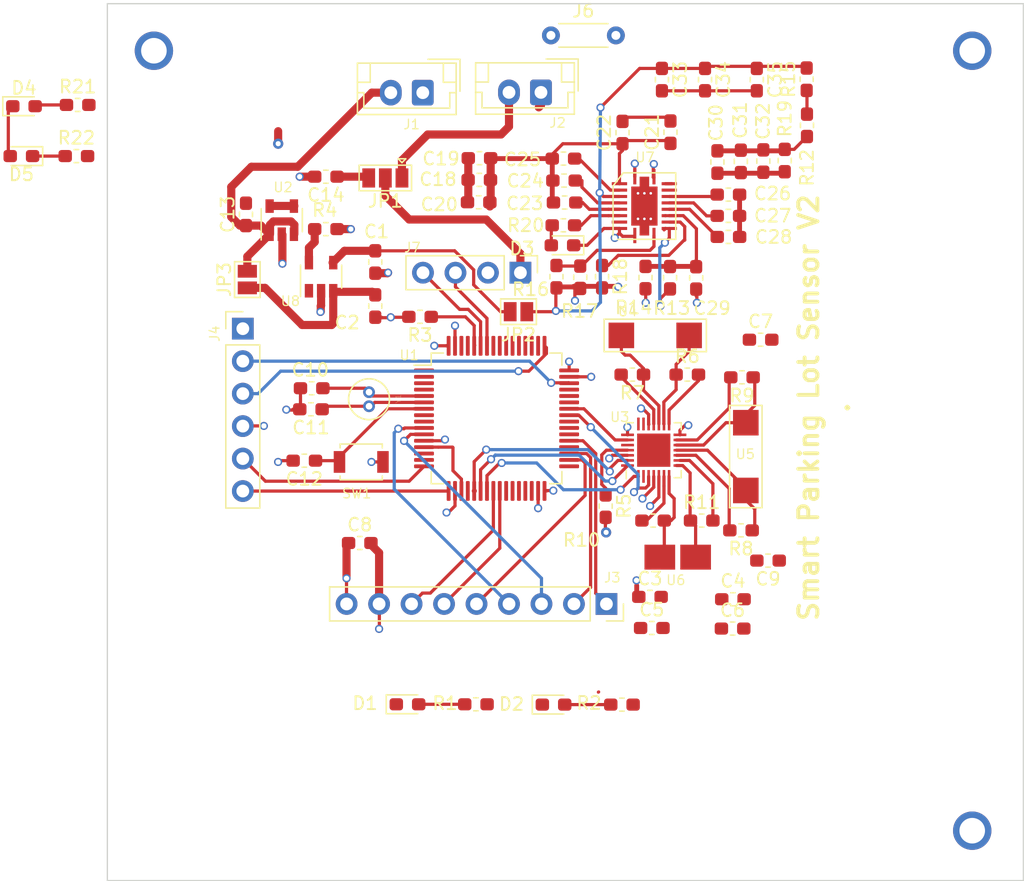
<source format=kicad_pcb>
(kicad_pcb (version 20171130) (host pcbnew 5.1.5+dfsg1-2build2)
  (layers (0 F.Cu power) (1 In1.Cu signal hide) (2 In2.Cu signal hide) (31 B.Cu power) (34 B.Paste user) (35 F.Paste user) (36 B.SilkS user) (37 F.SilkS user) (38 B.Mask user) (39 F.Mask user) (44 Edge.Cuts user))
  (net 0 "")
  (net 1 "Net-(C1-Pad2)")
  (net 2 GND)
  (net 3 /STM32SUPPLY)
  (net 4 "Net-(C10-Pad1)")
  (net 5 "Net-(C11-Pad1)")
  (net 6 "Net-(C12-Pad1)")
  (net 7 "Net-(C18-Pad2)")
  (net 8 "Net-(C18-Pad1)")
  (net 9 "Net-(C21-Pad2)")
  (net 10 "Net-(C23-Pad1)")
  (net 11 "Net-(C24-Pad1)")
  (net 12 "Net-(C25-Pad1)")
  (net 13 "Net-(C26-Pad1)")
  (net 14 "Net-(C27-Pad1)")
  (net 15 "Net-(C28-Pad1)")
  (net 16 "Net-(C29-Pad1)")
  (net 17 /VRECT)
  (net 18 "Net-(D1-Pad2)")
  (net 19 "Net-(D2-Pad2)")
  (net 20 "Net-(D3-Pad2)")
  (net 21 +BATT)
  (net 22 +3V3)
  (net 23 /LoRaEN)
  (net 24 /LoRaIRQ)
  (net 25 /SPI2_SCK)
  (net 26 /SPI2_MISO)
  (net 27 /SPI2_MOSI)
  (net 28 /SPI2_SSN)
  (net 29 /LoRaRST)
  (net 30 /USART_RX)
  (net 31 /USART_TX)
  (net 32 /SWD_SWCLK)
  (net 33 /SWD_SWDIO)
  (net 34 /I2C1_SDA)
  (net 35 /I2C1_SCL)
  (net 36 /USER_LED1)
  (net 37 /USER_LED2)
  (net 38 "Net-(R3-Pad1)")
  (net 39 "Net-(R5-Pad1)")
  (net 40 "Net-(R6-Pad2)")
  (net 41 "Net-(R6-Pad1)")
  (net 42 "Net-(R7-Pad2)")
  (net 43 "Net-(R7-Pad1)")
  (net 44 "Net-(R8-Pad2)")
  (net 45 "Net-(R8-Pad1)")
  (net 46 "Net-(R9-Pad2)")
  (net 47 "Net-(R9-Pad1)")
  (net 48 "Net-(R10-Pad2)")
  (net 49 "Net-(R10-Pad1)")
  (net 50 "Net-(R11-Pad2)")
  (net 51 "Net-(R11-Pad1)")
  (net 52 "Net-(R13-Pad1)")
  (net 53 "Net-(R16-Pad2)")
  (net 54 +5V)
  (net 55 "Net-(R18-Pad1)")
  (net 56 /CHG_LED)
  (net 57 "Net-(U1-Pad62)")
  (net 58 "Net-(U1-Pad61)")
  (net 59 "Net-(U1-Pad57)")
  (net 60 "Net-(U1-Pad56)")
  (net 61 "Net-(U1-Pad55)")
  (net 62 "Net-(U1-Pad54)")
  (net 63 "Net-(U1-Pad51)")
  (net 64 "Net-(U1-Pad50)")
  (net 65 "Net-(U1-Pad45)")
  (net 66 "Net-(U1-Pad44)")
  (net 67 "Net-(U1-Pad43)")
  (net 68 /MAG_RDY)
  (net 69 /SPI1_SSN)
  (net 70 "Net-(U1-Pad40)")
  (net 71 "Net-(U1-Pad39)")
  (net 72 "Net-(U1-Pad38)")
  (net 73 /LoRa_RESET)
  (net 74 "Net-(U1-Pad33)")
  (net 75 "Net-(U1-Pad30)")
  (net 76 "Net-(U1-Pad29)")
  (net 77 "Net-(U1-Pad28)")
  (net 78 "Net-(U1-Pad27)")
  (net 79 "Net-(U1-Pad26)")
  (net 80 /SPI1_MOSI)
  (net 81 /SPI1_MISO)
  (net 82 /SPI1_SCK)
  (net 83 "Net-(U1-Pad20)")
  (net 84 "Net-(U1-Pad15)")
  (net 85 "Net-(U1-Pad14)")
  (net 86 "Net-(U1-Pad9)")
  (net 87 "Net-(U1-Pad8)")
  (net 88 "Net-(U1-Pad4)")
  (net 89 "Net-(U1-Pad3)")
  (net 90 "Net-(U1-Pad2)")
  (net 91 "Net-(U1-Pad1)")
  (net 92 "Net-(U3-Pad24)")
  (net 93 "Net-(U3-Pad21)")
  (net 94 "Net-(U3-Pad20)")
  (net 95 "Net-(U7-Pad8)")
  (net 96 "Net-(C2-Pad1)")
  (net 97 /LP2985_Output)
  (net 98 "Net-(D4-Pad2)")
  (net 99 "Net-(D4-Pad1)")
  (net 100 "Net-(D5-Pad1)")
  (net 101 "Net-(R4-Pad2)")
  (module Resistor_THT:R_Axial_DIN0204_L3.6mm_D1.6mm_P5.08mm_Horizontal (layer F.Cu) (at 121.05 22.8)
    (fp_text reference J6 (at 2.54 -1.92) (layer F.SilkS))
    (fp_text value Coil)
    (pad 2 thru_hole oval (at 5.08 0) (size 1.4 1.4) (drill 0.7) (layers *.Cu *.Mask) (net 7 "Net-(C18-Pad2)"))
    (pad 1 thru_hole circle (at 0 0) (size 1.4 1.4) (drill 0.7) (layers *.Cu *.Mask) (net 9 "Net-(C21-Pad2)"))
  )
  (module Button_Switch_SMD:SW_SPST_B3U-1000P (layer F.Cu) (at 106.21404 56.15964 180)
    (fp_text reference SW1 (at 0.35 -2.47) (layer F.SilkS) (effects (font (size 0.75 0.75) (thickness 0.1))))
    (fp_text value SW_Push)
    (pad 2 smd rect (at 1.7 0 180) (size 0.9 1.7) (layers F.Cu F.Paste F.Mask) (net 6 "Net-(C12-Pad1)"))
    (pad 1 smd rect (at -1.7 0 180) (size 0.9 1.7) (layers F.Cu F.Paste F.Mask) (net 2 GND))
  )
  (module Jumper:SolderJumper-2_P1.3mm_Open_Pad1.0x1.5mm (layer F.Cu) (at 97.30676 41.89686 90)
    (fp_text reference JP3 (at 0 -1.8 90) (layer F.SilkS))
    (fp_text value Jumper)
    (pad 1 smd rect (at -0.65 0 90) (size 1 1.5) (layers F.Cu F.Mask) (net 96 "Net-(C2-Pad1)"))
    (pad 2 smd rect (at 0.65 0 90) (size 1 1.5) (layers F.Cu F.Mask) (net 21 +BATT))
  )
  (module Jumper:SolderJumper-2_P1.3mm_Open_Pad1.0x1.5mm (layer F.Cu) (at 118.51404 44.40964 180)
    (fp_text reference JP2 (at 0 -1.8) (layer F.SilkS))
    (fp_text value Jumper)
    (pad 1 smd rect (at -0.65 0 180) (size 1 1.5) (layers F.Cu F.Mask) (net 54 +5V))
    (pad 2 smd rect (at 0.65 0 180) (size 1 1.5) (layers F.Cu F.Mask) (net 1 "Net-(C1-Pad2)"))
  )
  (module Jumper:SolderJumper-3_P1.3mm_Open_Pad1.0x1.5mm (layer F.Cu) (at 108.1 33.95 180)
    (fp_text reference JP1 (at 0 -1.8) (layer F.SilkS))
    (fp_text value Jumper_3_Open)
    (pad 1 smd rect (at -1.3 0 180) (size 1 1.5) (layers F.Cu F.Mask) (net 22 +3V3))
    (pad 2 smd rect (at 0 0 180) (size 1 1.5) (layers F.Cu F.Mask) (net 3 /STM32SUPPLY))
    (pad 3 smd rect (at 1.3 0 180) (size 1 1.5) (layers F.Cu F.Mask) (net 97 /LP2985_Output))
  )
  (module ECS-80-18-10X:XTAL_ECS-80-18-10X (layer F.Cu) (at 106.82414 51.25422 270)
    (fp_text reference Y1 (at -0.020053 -2.288244 90) (layer F.SilkS) (effects (font (size 0.394777 0.394777) (thickness 0.015))))
    (fp_text value 8MHz)
    (pad 1 thru_hole circle (at -0.55 0 270) (size 0.92 0.92) (drill 0.52) (layers *.Cu *.Mask) (net 4 "Net-(C10-Pad1)"))
    (pad 2 thru_hole circle (at 0.55 0 270) (size 0.92 0.92) (drill 0.52) (layers *.Cu *.Mask) (net 5 "Net-(C11-Pad1)"))
  )
  (module Resistor_SMD:R_0603_1608Metric_Pad1.05x0.95mm_HandSolder (layer F.Cu) (at 83.938 32.23912)
    (fp_text reference R22 (at 0 -1.43) (layer F.SilkS))
    (fp_text value 1K)
    (pad 2 smd roundrect (at 0.875 0) (size 1.05 0.95) (layers F.Cu F.Paste F.Mask) (net 2 GND))
    (pad 1 smd roundrect (at -0.875 0) (size 1.05 0.95) (layers F.Cu F.Paste F.Mask) (net 100 "Net-(D5-Pad1)"))
  )
  (module Resistor_SMD:R_0603_1608Metric_Pad1.05x0.95mm_HandSolder (layer F.Cu) (at 84.038 28.23912)
    (fp_text reference R21 (at 0 -1.43) (layer F.SilkS))
    (fp_text value 1K)
    (pad 2 smd roundrect (at 0.875 0) (size 1.05 0.95) (layers F.Cu F.Paste F.Mask) (net 1 "Net-(C1-Pad2)"))
    (pad 1 smd roundrect (at -0.875 0) (size 1.05 0.95) (layers F.Cu F.Paste F.Mask) (net 98 "Net-(D4-Pad2)"))
  )
  (module Resistor_SMD:R_0603_1608Metric_Pad1.05x0.95mm_HandSolder (layer F.Cu) (at 122.02604 37.65252 180)
    (fp_text reference R20 (at 2.94132 0) (layer F.SilkS))
    (fp_text value R_Small)
    (pad 2 smd roundrect (at 0.875 0 180) (size 1.05 0.95) (layers F.Cu F.Paste F.Mask) (net 20 "Net-(D3-Pad2)"))
    (pad 1 smd roundrect (at -0.875 0 180) (size 1.05 0.95) (layers F.Cu F.Paste F.Mask) (net 56 /CHG_LED))
  )
  (module Resistor_SMD:R_0603_1608Metric_Pad1.05x0.95mm_HandSolder (layer F.Cu) (at 139.33868 32.58776 270)
    (fp_text reference R19 (at -3.28168 0 90) (layer F.SilkS))
    (fp_text value 3K3)
    (pad 2 smd roundrect (at 0.875 0 270) (size 1.05 0.95) (layers F.Cu F.Paste F.Mask) (net 2 GND))
    (pad 1 smd roundrect (at -0.875 0 270) (size 1.05 0.95) (layers F.Cu F.Paste F.Mask) (net 17 /VRECT))
  )
  (module Resistor_SMD:R_0603_1608Metric_Pad1.05x0.95mm_HandSolder (layer F.Cu) (at 125.04864 41.6708 270)
    (fp_text reference R18 (at 0 -1.43 90) (layer F.SilkS))
    (fp_text value 10k)
    (pad 2 smd roundrect (at 0.875 0 270) (size 1.05 0.95) (layers F.Cu F.Paste F.Mask) (net 2 GND))
    (pad 1 smd roundrect (at -0.875 0 270) (size 1.05 0.95) (layers F.Cu F.Paste F.Mask) (net 55 "Net-(R18-Pad1)"))
  )
  (module Resistor_SMD:R_0603_1608Metric_Pad1.05x0.95mm_HandSolder (layer F.Cu) (at 123.34176 41.71652 270)
    (fp_text reference R17 (at 2.64492 0.04528 180) (layer F.SilkS))
    (fp_text value NC/10k)
    (pad 2 smd roundrect (at 0.875 0 270) (size 1.05 0.95) (layers F.Cu F.Paste F.Mask) (net 2 GND))
    (pad 1 smd roundrect (at -0.875 0 270) (size 1.05 0.95) (layers F.Cu F.Paste F.Mask) (net 53 "Net-(R16-Pad2)"))
  )
  (module Resistor_SMD:R_0603_1608Metric_Pad1.05x0.95mm_HandSolder (layer F.Cu) (at 121.48248 41.6708 90)
    (fp_text reference R16 (at -0.98884 -2.01844 180) (layer F.SilkS))
    (fp_text value 10k)
    (pad 2 smd roundrect (at 0.875 0 90) (size 1.05 0.95) (layers F.Cu F.Paste F.Mask) (net 53 "Net-(R16-Pad2)"))
    (pad 1 smd roundrect (at -0.875 0 90) (size 1.05 0.95) (layers F.Cu F.Paste F.Mask) (net 54 +5V))
  )
  (module Resistor_SMD:R_0603_1608Metric_Pad1.05x0.95mm_HandSolder (layer F.Cu) (at 141.0528 26.2272 90)
    (fp_text reference R15 (at 0 -1.43 90) (layer F.SilkS))
    (fp_text value NC)
    (pad 2 smd roundrect (at 0.875 0 90) (size 1.05 0.95) (layers F.Cu F.Paste F.Mask) (net 54 +5V))
    (pad 1 smd roundrect (at -0.875 0 90) (size 1.05 0.95) (layers F.Cu F.Paste F.Mask) (net 16 "Net-(C29-Pad1)"))
  )
  (module Resistor_SMD:R_0603_1608Metric_Pad1.05x0.95mm_HandSolder (layer F.Cu) (at 128.44716 41.74192 270)
    (fp_text reference R14 (at 2.34188 0.92964 180) (layer F.SilkS))
    (fp_text value 180R)
    (pad 2 smd roundrect (at 0.875 0 270) (size 1.05 0.95) (layers F.Cu F.Paste F.Mask) (net 2 GND))
    (pad 1 smd roundrect (at -0.875 0 270) (size 1.05 0.95) (layers F.Cu F.Paste F.Mask) (net 16 "Net-(C29-Pad1)"))
  )
  (module Resistor_SMD:R_0603_1608Metric_Pad1.05x0.95mm_HandSolder (layer F.Cu) (at 130.3674 41.75208 90)
    (fp_text reference R13 (at -2.3794 0.12996 180) (layer F.SilkS))
    (fp_text value 62R)
    (pad 2 smd roundrect (at 0.875 0 90) (size 1.05 0.95) (layers F.Cu F.Paste F.Mask) (net 16 "Net-(C29-Pad1)"))
    (pad 1 smd roundrect (at -0.875 0 90) (size 1.05 0.95) (layers F.Cu F.Paste F.Mask) (net 52 "Net-(R13-Pad1)"))
  )
  (module Resistor_SMD:R_0603_1608Metric_Pad1.05x0.95mm_HandSolder (layer F.Cu) (at 141.07604 29.8344 90)
    (fp_text reference R12 (at -3.32232 0 90) (layer F.SilkS))
    (fp_text value NC)
    (pad 2 smd roundrect (at 0.875 0 90) (size 1.05 0.95) (layers F.Cu F.Paste F.Mask) (net 16 "Net-(C29-Pad1)"))
    (pad 1 smd roundrect (at -0.875 0 90) (size 1.05 0.95) (layers F.Cu F.Paste F.Mask) (net 17 /VRECT))
  )
  (module Resistor_SMD:R_0603_1608Metric_Pad1.05x0.95mm_HandSolder (layer F.Cu) (at 132.84268 60.74504)
    (fp_text reference R11 (at 0 -1.43) (layer F.SilkS))
    (fp_text value 121)
    (pad 2 smd roundrect (at 0.875 0) (size 1.05 0.95) (layers F.Cu F.Paste F.Mask) (net 50 "Net-(R11-Pad2)"))
    (pad 1 smd roundrect (at -0.875 0) (size 1.05 0.95) (layers F.Cu F.Paste F.Mask) (net 51 "Net-(R11-Pad1)"))
  )
  (module Resistor_SMD:R_0603_1608Metric_Pad1.05x0.95mm_HandSolder (layer F.Cu) (at 129.04268 60.74504 180)
    (fp_text reference R10 (at 5.59678 -1.52008) (layer F.SilkS))
    (fp_text value 121)
    (pad 2 smd roundrect (at 0.875 0 180) (size 1.05 0.95) (layers F.Cu F.Paste F.Mask) (net 48 "Net-(R10-Pad2)"))
    (pad 1 smd roundrect (at -0.875 0 180) (size 1.05 0.95) (layers F.Cu F.Paste F.Mask) (net 49 "Net-(R10-Pad1)"))
  )
  (module Resistor_SMD:R_0603_1608Metric_Pad1.05x0.95mm_HandSolder (layer F.Cu) (at 135.9921 49.54082 180)
    (fp_text reference R9 (at 0 -1.43) (layer F.SilkS))
    (fp_text value 121)
    (pad 2 smd roundrect (at 0.875 0 180) (size 1.05 0.95) (layers F.Cu F.Paste F.Mask) (net 46 "Net-(R9-Pad2)"))
    (pad 1 smd roundrect (at -0.875 0 180) (size 1.05 0.95) (layers F.Cu F.Paste F.Mask) (net 47 "Net-(R9-Pad1)"))
  )
  (module Resistor_SMD:R_0603_1608Metric_Pad1.05x0.95mm_HandSolder (layer F.Cu) (at 135.9173 61.51074 180)
    (fp_text reference R8 (at 0 -1.43) (layer F.SilkS))
    (fp_text value 121)
    (pad 2 smd roundrect (at 0.875 0 180) (size 1.05 0.95) (layers F.Cu F.Paste F.Mask) (net 44 "Net-(R8-Pad2)"))
    (pad 1 smd roundrect (at -0.875 0 180) (size 1.05 0.95) (layers F.Cu F.Paste F.Mask) (net 45 "Net-(R8-Pad1)"))
  )
  (module Resistor_SMD:R_0603_1608Metric_Pad1.05x0.95mm_HandSolder (layer F.Cu) (at 127.4175 49.32822 180)
    (fp_text reference R7 (at 0 -1.43) (layer F.SilkS))
    (fp_text value 121)
    (pad 2 smd roundrect (at 0.875 0 180) (size 1.05 0.95) (layers F.Cu F.Paste F.Mask) (net 42 "Net-(R7-Pad2)"))
    (pad 1 smd roundrect (at -0.875 0 180) (size 1.05 0.95) (layers F.Cu F.Paste F.Mask) (net 43 "Net-(R7-Pad1)"))
  )
  (module Resistor_SMD:R_0603_1608Metric_Pad1.05x0.95mm_HandSolder (layer F.Cu) (at 131.7175 49.32822)
    (fp_text reference R6 (at 0 -1.43) (layer F.SilkS))
    (fp_text value 121)
    (pad 2 smd roundrect (at 0.875 0) (size 1.05 0.95) (layers F.Cu F.Paste F.Mask) (net 40 "Net-(R6-Pad2)"))
    (pad 1 smd roundrect (at -0.875 0) (size 1.05 0.95) (layers F.Cu F.Paste F.Mask) (net 41 "Net-(R6-Pad1)"))
  )
  (module Resistor_SMD:R_0603_1608Metric_Pad1.05x0.95mm_HandSolder (layer F.Cu) (at 125.33058 59.6159 270)
    (fp_text reference R5 (at 0 -1.43 90) (layer F.SilkS))
    (fp_text value 33k)
    (pad 2 smd roundrect (at 0.875 0 270) (size 1.05 0.95) (layers F.Cu F.Paste F.Mask) (net 2 GND))
    (pad 1 smd roundrect (at -0.875 0 270) (size 1.05 0.95) (layers F.Cu F.Paste F.Mask) (net 39 "Net-(R5-Pad1)"))
  )
  (module Resistor_SMD:R_0603_1608Metric_Pad1.05x0.95mm_HandSolder (layer F.Cu) (at 103.45 37.95 180)
    (fp_text reference R4 (at 0.08766 1.48336) (layer F.SilkS))
    (fp_text value 2K)
    (pad 2 smd roundrect (at 0.875 0 180) (size 1.05 0.95) (layers F.Cu F.Paste F.Mask) (net 101 "Net-(R4-Pad2)"))
    (pad 1 smd roundrect (at -0.875 0 180) (size 1.05 0.95) (layers F.Cu F.Paste F.Mask) (net 2 GND))
  )
  (module Resistor_SMD:R_0603_1608Metric_Pad1.05x0.95mm_HandSolder (layer F.Cu) (at 110.81404 44.80964 180)
    (fp_text reference R3 (at 0 -1.43) (layer F.SilkS))
    (fp_text value 10K)
    (pad 2 smd roundrect (at 0.875 0 180) (size 1.05 0.95) (layers F.Cu F.Paste F.Mask) (net 2 GND))
    (pad 1 smd roundrect (at -0.875 0 180) (size 1.05 0.95) (layers F.Cu F.Paste F.Mask) (net 38 "Net-(R3-Pad1)"))
  )
  (module Resistor_SMD:R_0603_1608Metric_Pad1.05x0.95mm_HandSolder (layer F.Cu) (at 126.6048 75.13842)
    (fp_text reference R2 (at -2.5759 -0.12092) (layer F.SilkS))
    (fp_text value R_Small)
    (pad 2 smd roundrect (at 0.875 0) (size 1.05 0.95) (layers F.Cu F.Paste F.Mask) (net 37 /USER_LED2))
    (pad 1 smd roundrect (at -0.875 0) (size 1.05 0.95) (layers F.Cu F.Paste F.Mask) (net 19 "Net-(D2-Pad2)"))
  )
  (module Resistor_SMD:R_0603_1608Metric_Pad1.05x0.95mm_HandSolder (layer F.Cu) (at 115.18354 75.11462)
    (fp_text reference R1 (at -2.41842 -0.08138) (layer F.SilkS))
    (fp_text value R_Small)
    (pad 2 smd roundrect (at 0.875 0) (size 1.05 0.95) (layers F.Cu F.Paste F.Mask) (net 36 /USER_LED1))
    (pad 1 smd roundrect (at -0.875 0) (size 1.05 0.95) (layers F.Cu F.Paste F.Mask) (net 18 "Net-(D1-Pad2)"))
  )
  (module LED_SMD:LED_0603_1608Metric_Pad1.05x0.95mm_HandSolder (layer F.Cu) (at 79.638 32.23912 180)
    (fp_text reference D5 (at 0 -1.43) (layer F.SilkS))
    (fp_text value LED)
    (pad 2 smd roundrect (at 0.875 0 180) (size 1.05 0.95) (layers F.Cu F.Paste F.Mask) (net 99 "Net-(D4-Pad1)"))
    (pad 1 smd roundrect (at -0.875 0 180) (size 1.05 0.95) (layers F.Cu F.Paste F.Mask) (net 100 "Net-(D5-Pad1)"))
  )
  (module LED_SMD:LED_0603_1608Metric_Pad1.05x0.95mm_HandSolder (layer F.Cu) (at 79.838 28.33912)
    (fp_text reference D4 (at 0 -1.43) (layer F.SilkS))
    (fp_text value LED)
    (pad 2 smd roundrect (at 0.875 0) (size 1.05 0.95) (layers F.Cu F.Paste F.Mask) (net 98 "Net-(D4-Pad2)"))
    (pad 1 smd roundrect (at -0.875 0) (size 1.05 0.95) (layers F.Cu F.Paste F.Mask) (net 99 "Net-(D4-Pad1)"))
  )
  (module LED_SMD:LED_0603_1608Metric_Pad1.05x0.95mm_HandSolder (layer F.Cu) (at 121.95492 39.21716 180)
    (fp_text reference D3 (at 3.16484 -0.254) (layer F.SilkS))
    (fp_text value LED)
    (pad 2 smd roundrect (at 0.875 0 180) (size 1.05 0.95) (layers F.Cu F.Paste F.Mask) (net 20 "Net-(D3-Pad2)"))
    (pad 1 smd roundrect (at -0.875 0 180) (size 1.05 0.95) (layers F.Cu F.Paste F.Mask) (net 2 GND))
  )
  (module LED_SMD:LED_0603_1608Metric_Pad1.05x0.95mm_HandSolder (layer F.Cu) (at 121.2548 75.13842)
    (fp_text reference D2 (at -3.2838 -0.04218) (layer F.SilkS))
    (fp_text value LED)
    (pad 2 smd roundrect (at 0.875 0) (size 1.05 0.95) (layers F.Cu F.Paste F.Mask) (net 19 "Net-(D2-Pad2)"))
    (pad 1 smd roundrect (at -0.875 0) (size 1.05 0.95) (layers F.Cu F.Paste F.Mask) (net 2 GND))
  )
  (module LED_SMD:LED_0603_1608Metric_Pad1.05x0.95mm_HandSolder (layer F.Cu) (at 109.83354 75.11462)
    (fp_text reference D1 (at -3.3219 -0.08138) (layer F.SilkS))
    (fp_text value LED)
    (pad 2 smd roundrect (at 0.875 0) (size 1.05 0.95) (layers F.Cu F.Paste F.Mask) (net 18 "Net-(D1-Pad2)"))
    (pad 1 smd roundrect (at -0.875 0) (size 1.05 0.95) (layers F.Cu F.Paste F.Mask) (net 2 GND))
  )
  (module Capacitor_SMD:C_0603_1608Metric_Pad1.05x0.95mm_HandSolder (layer F.Cu) (at 137.1528 26.2572 270)
    (fp_text reference C35 (at 0 -1.43 90) (layer F.SilkS))
    (fp_text value "1uF 50V")
    (pad 2 smd roundrect (at 0.875 0 270) (size 1.05 0.95) (layers F.Cu F.Paste F.Mask) (net 2 GND))
    (pad 1 smd roundrect (at -0.875 0 270) (size 1.05 0.95) (layers F.Cu F.Paste F.Mask) (net 54 +5V))
  )
  (module Capacitor_SMD:C_0603_1608Metric_Pad1.05x0.95mm_HandSolder (layer F.Cu) (at 133.1028 26.2572 270)
    (fp_text reference C34 (at 0 -1.43 90) (layer F.SilkS))
    (fp_text value "100nF 50V")
    (pad 2 smd roundrect (at 0.875 0 270) (size 1.05 0.95) (layers F.Cu F.Paste F.Mask) (net 2 GND))
    (pad 1 smd roundrect (at -0.875 0 270) (size 1.05 0.95) (layers F.Cu F.Paste F.Mask) (net 54 +5V))
  )
  (module Capacitor_SMD:C_0603_1608Metric_Pad1.05x0.95mm_HandSolder (layer F.Cu) (at 129.7324 26.25808 270)
    (fp_text reference C33 (at 0 -1.43 90) (layer F.SilkS))
    (fp_text value "1uF 50V")
    (pad 2 smd roundrect (at 0.875 0 270) (size 1.05 0.95) (layers F.Cu F.Paste F.Mask) (net 2 GND))
    (pad 1 smd roundrect (at -0.875 0 270) (size 1.05 0.95) (layers F.Cu F.Paste F.Mask) (net 54 +5V))
  )
  (module Capacitor_SMD:C_0603_1608Metric_Pad1.05x0.95mm_HandSolder (layer F.Cu) (at 137.66228 32.6284 90)
    (fp_text reference C32 (at 3.11528 -0.0254 90) (layer F.SilkS))
    (fp_text value "10nF 50V")
    (pad 2 smd roundrect (at 0.875 0 90) (size 1.05 0.95) (layers F.Cu F.Paste F.Mask) (net 17 /VRECT))
    (pad 1 smd roundrect (at -0.875 0 90) (size 1.05 0.95) (layers F.Cu F.Paste F.Mask) (net 2 GND))
  )
  (module Capacitor_SMD:C_0603_1608Metric_Pad1.05x0.95mm_HandSolder (layer F.Cu) (at 135.9046 32.6538 90)
    (fp_text reference C31 (at 3.2258 -0.0508 90) (layer F.SilkS))
    (fp_text value "100nF 50V")
    (pad 2 smd roundrect (at 0.875 0 90) (size 1.05 0.95) (layers F.Cu F.Paste F.Mask) (net 17 /VRECT))
    (pad 1 smd roundrect (at -0.875 0 90) (size 1.05 0.95) (layers F.Cu F.Paste F.Mask) (net 2 GND))
  )
  (module Capacitor_SMD:C_0603_1608Metric_Pad1.05x0.95mm_HandSolder (layer F.Cu) (at 134.07068 32.7046 90)
    (fp_text reference C30 (at 3.0734 -0.1168 90) (layer F.SilkS))
    (fp_text value "10uF 50V")
    (pad 2 smd roundrect (at 0.875 0 90) (size 1.05 0.95) (layers F.Cu F.Paste F.Mask) (net 17 /VRECT))
    (pad 1 smd roundrect (at -0.875 0 90) (size 1.05 0.95) (layers F.Cu F.Paste F.Mask) (net 2 GND))
  )
  (module Capacitor_SMD:C_0603_1608Metric_Pad1.05x0.95mm_HandSolder (layer F.Cu) (at 132.40956 41.76732 270)
    (fp_text reference C29 (at 2.37236 -1.2446 180) (layer F.SilkS))
    (fp_text value C_Small)
    (pad 2 smd roundrect (at 0.875 0 270) (size 1.05 0.95) (layers F.Cu F.Paste F.Mask) (net 2 GND))
    (pad 1 smd roundrect (at -0.875 0 270) (size 1.05 0.95) (layers F.Cu F.Paste F.Mask) (net 16 "Net-(C29-Pad1)"))
  )
  (module Capacitor_SMD:C_0603_1608Metric_Pad1.05x0.95mm_HandSolder (layer F.Cu) (at 134.93432 38.56184)
    (fp_text reference C28 (at 3.53468 0.00276) (layer F.SilkS))
    (fp_text value "22nF 50V")
    (pad 2 smd roundrect (at 0.875 0) (size 1.05 0.95) (layers F.Cu F.Paste F.Mask) (net 9 "Net-(C21-Pad2)"))
    (pad 1 smd roundrect (at -0.875 0) (size 1.05 0.95) (layers F.Cu F.Paste F.Mask) (net 15 "Net-(C28-Pad1)"))
  )
  (module Capacitor_SMD:C_0603_1608Metric_Pad1.05x0.95mm_HandSolder (layer F.Cu) (at 134.93024 36.91496)
    (fp_text reference C27 (at 3.46356 -0.0092) (layer F.SilkS))
    (fp_text value "470nF 50V")
    (pad 2 smd roundrect (at 0.875 0) (size 1.05 0.95) (layers F.Cu F.Paste F.Mask) (net 9 "Net-(C21-Pad2)"))
    (pad 1 smd roundrect (at -0.875 0) (size 1.05 0.95) (layers F.Cu F.Paste F.Mask) (net 14 "Net-(C27-Pad1)"))
  )
  (module Capacitor_SMD:C_0603_1608Metric_Pad1.05x0.95mm_HandSolder (layer F.Cu) (at 134.93024 35.25052)
    (fp_text reference C26 (at 3.4544 -0.07872) (layer F.SilkS))
    (fp_text value "10nF 50V")
    (pad 2 smd roundrect (at 0.875 0) (size 1.05 0.95) (layers F.Cu F.Paste F.Mask) (net 9 "Net-(C21-Pad2)"))
    (pad 1 smd roundrect (at -0.875 0) (size 1.05 0.95) (layers F.Cu F.Paste F.Mask) (net 13 "Net-(C26-Pad1)"))
  )
  (module Capacitor_SMD:C_0603_1608Metric_Pad1.05x0.95mm_HandSolder (layer F.Cu) (at 122.03112 32.43536 180)
    (fp_text reference C25 (at 3.20548 -0.07112) (layer F.SilkS))
    (fp_text value "10nF 50V")
    (pad 2 smd roundrect (at 0.875 0 180) (size 1.05 0.95) (layers F.Cu F.Paste F.Mask) (net 8 "Net-(C18-Pad1)"))
    (pad 1 smd roundrect (at -0.875 0 180) (size 1.05 0.95) (layers F.Cu F.Paste F.Mask) (net 12 "Net-(C25-Pad1)"))
  )
  (module Capacitor_SMD:C_0603_1608Metric_Pad1.05x0.95mm_HandSolder (layer F.Cu) (at 122.07684 34.1524 180)
    (fp_text reference C24 (at 3.02768 -0.02032) (layer F.SilkS))
    (fp_text value "470nF 50V")
    (pad 2 smd roundrect (at 0.875 0 180) (size 1.05 0.95) (layers F.Cu F.Paste F.Mask) (net 8 "Net-(C18-Pad1)"))
    (pad 1 smd roundrect (at -0.875 0 180) (size 1.05 0.95) (layers F.Cu F.Paste F.Mask) (net 11 "Net-(C24-Pad1)"))
  )
  (module Capacitor_SMD:C_0603_1608Metric_Pad1.05x0.95mm_HandSolder (layer F.Cu) (at 122.12256 35.86944 180)
    (fp_text reference C23 (at 3.11912 -0.07112) (layer F.SilkS))
    (fp_text value "22nF 50V")
    (pad 2 smd roundrect (at 0.875 0 180) (size 1.05 0.95) (layers F.Cu F.Paste F.Mask) (net 8 "Net-(C18-Pad1)"))
    (pad 1 smd roundrect (at -0.875 0 180) (size 1.05 0.95) (layers F.Cu F.Paste F.Mask) (net 10 "Net-(C23-Pad1)"))
  )
  (module Capacitor_SMD:C_0603_1608Metric_Pad1.05x0.95mm_HandSolder (layer F.Cu) (at 126.65 30.4 90)
    (fp_text reference C22 (at 0 -1.43 90) (layer F.SilkS))
    (fp_text value "100pF 50V")
    (pad 2 smd roundrect (at 0.875 0 90) (size 1.05 0.95) (layers F.Cu F.Paste F.Mask) (net 9 "Net-(C21-Pad2)"))
    (pad 1 smd roundrect (at -0.875 0 90) (size 1.05 0.95) (layers F.Cu F.Paste F.Mask) (net 8 "Net-(C18-Pad1)"))
  )
  (module Capacitor_SMD:C_0603_1608Metric_Pad1.05x0.95mm_HandSolder (layer F.Cu) (at 130.4 30.37 90)
    (fp_text reference C21 (at 0 -1.43 90) (layer F.SilkS))
    (fp_text value "1800pF 50V")
    (pad 2 smd roundrect (at 0.875 0 90) (size 1.05 0.95) (layers F.Cu F.Paste F.Mask) (net 9 "Net-(C21-Pad2)"))
    (pad 1 smd roundrect (at -0.875 0 90) (size 1.05 0.95) (layers F.Cu F.Paste F.Mask) (net 8 "Net-(C18-Pad1)"))
  )
  (module Capacitor_SMD:C_0603_1608Metric_Pad1.05x0.95mm_HandSolder (layer F.Cu) (at 115.4 35.85 180)
    (fp_text reference C20 (at 3.07848 -0.17272) (layer F.SilkS))
    (fp_text value "47nF 50V")
    (pad 2 smd roundrect (at 0.875 0 180) (size 1.05 0.95) (layers F.Cu F.Paste F.Mask) (net 7 "Net-(C18-Pad2)"))
    (pad 1 smd roundrect (at -0.875 0 180) (size 1.05 0.95) (layers F.Cu F.Paste F.Mask) (net 8 "Net-(C18-Pad1)"))
  )
  (module Capacitor_SMD:C_0603_1608Metric_Pad1.05x0.95mm_HandSolder (layer F.Cu) (at 115.4625 32.4 180)
    (fp_text reference C19 (at 3.00718 -0.04044) (layer F.SilkS))
    (fp_text value "68nF 50V")
    (pad 2 smd roundrect (at 0.875 0 180) (size 1.05 0.95) (layers F.Cu F.Paste F.Mask) (net 7 "Net-(C18-Pad2)"))
    (pad 1 smd roundrect (at -0.875 0 180) (size 1.05 0.95) (layers F.Cu F.Paste F.Mask) (net 8 "Net-(C18-Pad1)"))
  )
  (module Capacitor_SMD:C_0603_1608Metric_Pad1.05x0.95mm_HandSolder (layer F.Cu) (at 115.45 34.1 180)
    (fp_text reference C18 (at 3.2307 0.04676) (layer F.SilkS))
    (fp_text value "68nF 50V")
    (pad 2 smd roundrect (at 0.875 0 180) (size 1.05 0.95) (layers F.Cu F.Paste F.Mask) (net 7 "Net-(C18-Pad2)"))
    (pad 1 smd roundrect (at -0.875 0 180) (size 1.05 0.95) (layers F.Cu F.Paste F.Mask) (net 8 "Net-(C18-Pad1)"))
  )
  (module Capacitor_SMD:C_0603_1608Metric_Pad1.05x0.95mm_HandSolder (layer F.Cu) (at 103.45 33.85 180)
    (fp_text reference C14 (at 0 -1.43) (layer F.SilkS))
    (fp_text value 10uF)
    (pad 2 smd roundrect (at 0.875 0 180) (size 1.05 0.95) (layers F.Cu F.Paste F.Mask) (net 2 GND))
    (pad 1 smd roundrect (at -0.875 0 180) (size 1.05 0.95) (layers F.Cu F.Paste F.Mask) (net 97 /LP2985_Output))
  )
  (module Capacitor_SMD:C_0603_1608Metric_Pad1.05x0.95mm_HandSolder (layer F.Cu) (at 97.2 36.8 90)
    (fp_text reference C13 (at 0 -1.43 90) (layer F.SilkS))
    (fp_text value "1uF 50V")
    (pad 2 smd roundrect (at 0.875 0 90) (size 1.05 0.95) (layers F.Cu F.Paste F.Mask) (net 2 GND))
    (pad 1 smd roundrect (at -0.875 0 90) (size 1.05 0.95) (layers F.Cu F.Paste F.Mask) (net 21 +BATT))
  )
  (module Capacitor_SMD:C_0603_1608Metric_Pad1.05x0.95mm_HandSolder (layer F.Cu) (at 101.76404 56.05964 180)
    (fp_text reference C12 (at 0 -1.43) (layer F.SilkS))
    (fp_text value C_Small)
    (pad 2 smd roundrect (at 0.875 0 180) (size 1.05 0.95) (layers F.Cu F.Paste F.Mask) (net 2 GND))
    (pad 1 smd roundrect (at -0.875 0 180) (size 1.05 0.95) (layers F.Cu F.Paste F.Mask) (net 6 "Net-(C12-Pad1)"))
  )
  (module Capacitor_SMD:C_0603_1608Metric_Pad1.05x0.95mm_HandSolder (layer F.Cu) (at 102.28262 52.04162 180)
    (fp_text reference C11 (at 0 -1.43) (layer F.SilkS))
    (fp_text value 20pF)
    (pad 2 smd roundrect (at 0.875 0 180) (size 1.05 0.95) (layers F.Cu F.Paste F.Mask) (net 2 GND))
    (pad 1 smd roundrect (at -0.875 0 180) (size 1.05 0.95) (layers F.Cu F.Paste F.Mask) (net 5 "Net-(C11-Pad1)"))
  )
  (module Capacitor_SMD:C_0603_1608Metric_Pad1.05x0.95mm_HandSolder (layer F.Cu) (at 102.3385 50.3957 180)
    (fp_text reference C10 (at 0.10668 1.43256) (layer F.SilkS))
    (fp_text value 20pF)
    (pad 2 smd roundrect (at 0.875 0 180) (size 1.05 0.95) (layers F.Cu F.Paste F.Mask) (net 2 GND))
    (pad 1 smd roundrect (at -0.875 0 180) (size 1.05 0.95) (layers F.Cu F.Paste F.Mask) (net 4 "Net-(C10-Pad1)"))
  )
  (module Capacitor_SMD:C_0603_1608Metric_Pad1.05x0.95mm_HandSolder (layer F.Cu) (at 138.03058 63.87548 180)
    (fp_text reference C9 (at 0 -1.43) (layer F.SilkS))
    (fp_text value 104)
    (pad 2 smd roundrect (at 0.875 0 180) (size 1.05 0.95) (layers F.Cu F.Paste F.Mask) (net 2 GND))
    (pad 1 smd roundrect (at -0.875 0 180) (size 1.05 0.95) (layers F.Cu F.Paste F.Mask) (net 3 /STM32SUPPLY))
  )
  (module Capacitor_SMD:C_0603_1608Metric_Pad1.05x0.95mm_HandSolder (layer F.Cu) (at 106.1 62.5)
    (fp_text reference C8 (at 0 -1.43) (layer F.SilkS))
    (fp_text value 104)
    (pad 2 smd roundrect (at 0.875 0) (size 1.05 0.95) (layers F.Cu F.Paste F.Mask) (net 2 GND))
    (pad 1 smd roundrect (at -0.875 0) (size 1.05 0.95) (layers F.Cu F.Paste F.Mask) (net 3 /STM32SUPPLY))
  )
  (module Capacitor_SMD:C_0603_1608Metric_Pad1.05x0.95mm_HandSolder (layer F.Cu) (at 137.45 46.6)
    (fp_text reference C7 (at 0 -1.43) (layer F.SilkS))
    (fp_text value 104)
    (pad 2 smd roundrect (at 0.875 0) (size 1.05 0.95) (layers F.Cu F.Paste F.Mask) (net 2 GND))
    (pad 1 smd roundrect (at -0.875 0) (size 1.05 0.95) (layers F.Cu F.Paste F.Mask) (net 3 /STM32SUPPLY))
  )
  (module Capacitor_SMD:C_0603_1608Metric_Pad1.05x0.95mm_HandSolder (layer F.Cu) (at 135.25944 69.1917)
    (fp_text reference C6 (at 0 -1.43) (layer F.SilkS))
    (fp_text value 104)
    (pad 2 smd roundrect (at 0.875 0) (size 1.05 0.95) (layers F.Cu F.Paste F.Mask) (net 2 GND))
    (pad 1 smd roundrect (at -0.875 0) (size 1.05 0.95) (layers F.Cu F.Paste F.Mask) (net 3 /STM32SUPPLY))
  )
  (module Capacitor_SMD:C_0603_1608Metric_Pad1.05x0.95mm_HandSolder (layer F.Cu) (at 128.93948 69.14538)
    (fp_text reference C5 (at 0 -1.43) (layer F.SilkS))
    (fp_text value 104)
    (pad 2 smd roundrect (at 0.875 0) (size 1.05 0.95) (layers F.Cu F.Paste F.Mask) (net 2 GND))
    (pad 1 smd roundrect (at -0.875 0) (size 1.05 0.95) (layers F.Cu F.Paste F.Mask) (net 3 /STM32SUPPLY))
  )
  (module Capacitor_SMD:C_0603_1608Metric_Pad1.05x0.95mm_HandSolder (layer F.Cu) (at 135.28484 66.89808)
    (fp_text reference C4 (at 0 -1.43) (layer F.SilkS))
    (fp_text value 10uF)
    (pad 2 smd roundrect (at 0.875 0) (size 1.05 0.95) (layers F.Cu F.Paste F.Mask) (net 2 GND))
    (pad 1 smd roundrect (at -0.875 0) (size 1.05 0.95) (layers F.Cu F.Paste F.Mask) (net 3 /STM32SUPPLY))
  )
  (module Capacitor_SMD:C_0603_1608Metric_Pad1.05x0.95mm_HandSolder (layer F.Cu) (at 128.79738 66.71256)
    (fp_text reference C3 (at 0 -1.43) (layer F.SilkS))
    (fp_text value 10uF)
    (pad 2 smd roundrect (at 0.875 0) (size 1.05 0.95) (layers F.Cu F.Paste F.Mask) (net 2 GND))
    (pad 1 smd roundrect (at -0.875 0) (size 1.05 0.95) (layers F.Cu F.Paste F.Mask) (net 3 /STM32SUPPLY))
  )
  (module Capacitor_SMD:C_0603_1608Metric_Pad1.05x0.95mm_HandSolder (layer F.Cu) (at 107.31182 43.96696 270)
    (fp_text reference C2 (at 1.29268 2.19778 180) (layer F.SilkS))
    (fp_text value 10uF)
    (pad 2 smd roundrect (at 0.875 0 270) (size 1.05 0.95) (layers F.Cu F.Paste F.Mask) (net 2 GND))
    (pad 1 smd roundrect (at -0.875 0 270) (size 1.05 0.95) (layers F.Cu F.Paste F.Mask) (net 96 "Net-(C2-Pad1)"))
  )
  (module Capacitor_SMD:C_0603_1608Metric_Pad1.05x0.95mm_HandSolder (layer F.Cu) (at 107.31182 40.52272 90)
    (fp_text reference C1 (at 2.38252 0.09906 180) (layer F.SilkS))
    (fp_text value 10uF)
    (pad 2 smd roundrect (at 0.875 0 90) (size 1.05 0.95) (layers F.Cu F.Paste F.Mask) (net 1 "Net-(C1-Pad2)"))
    (pad 1 smd roundrect (at -0.875 0 90) (size 1.05 0.95) (layers F.Cu F.Paste F.Mask) (net 2 GND))
  )
  (module Package_TO_SOT_SMD:SOT-23-5 (layer F.Cu) (at 103.0751 41.6708 90)
    (fp_text reference U8 (at -1.91 -2.4 180) (layer F.SilkS) (effects (font (size 0.75 0.75) (thickness 0.1))))
    (fp_text value MCP73831-2-OT)
    (pad 5 smd rect (at 1.1 -0.95 90) (size 1.06 0.65) (layers F.Cu F.Paste F.Mask) (net 101 "Net-(R4-Pad2)"))
    (pad 4 smd rect (at 1.1 0.95 90) (size 1.06 0.65) (layers F.Cu F.Paste F.Mask) (net 1 "Net-(C1-Pad2)"))
    (pad 3 smd rect (at -1.1 0.95 90) (size 1.06 0.65) (layers F.Cu F.Paste F.Mask) (net 96 "Net-(C2-Pad1)"))
    (pad 2 smd rect (at -1.1 0 90) (size 1.06 0.65) (layers F.Cu F.Paste F.Mask) (net 2 GND))
    (pad 1 smd rect (at -1.1 -0.95 90) (size 1.06 0.65) (layers F.Cu F.Paste F.Mask) (net 99 "Net-(D4-Pad1)"))
  )
  (module Package_TO_SOT_SMD:SOT-23-5 (layer F.Cu) (at 100 37.25 90)
    (fp_text reference U2 (at 2.57 0.1 180) (layer F.SilkS) (effects (font (size 0.75 0.75) (thickness 0.1))))
    (fp_text value LP2985-3.3)
    (pad 5 smd rect (at 1.1 -0.95 90) (size 1.06 0.65) (layers F.Cu F.Paste F.Mask) (net 97 /LP2985_Output))
    (pad 4 smd rect (at 1.1 0.95 90) (size 1.06 0.65) (layers F.Cu F.Paste F.Mask) (net 97 /LP2985_Output))
    (pad 3 smd rect (at -1.1 0.95 90) (size 1.06 0.65) (layers F.Cu F.Paste F.Mask) (net 21 +BATT))
    (pad 2 smd rect (at -1.1 0 90) (size 1.06 0.65) (layers F.Cu F.Paste F.Mask) (net 2 GND))
    (pad 1 smd rect (at -1.1 -0.95 90) (size 1.06 0.65) (layers F.Cu F.Paste F.Mask) (net 21 +BATT))
  )
  (module Package_QFP:LQFP-64_10x10mm_P0.5mm (layer F.Cu) (at 116.79926 52.75254)
    (fp_text reference U1 (at -6.83522 -4.9429) (layer F.SilkS) (effects (font (size 0.75 0.75) (thickness 0.1))))
    (fp_text value STM32L053R8Tx)
    (pad 64 smd roundrect (at -3.75 -5.675) (size 0.3 1.55) (layers F.Cu F.Paste F.Mask) (net 3 /STM32SUPPLY))
    (pad 63 smd roundrect (at -3.25 -5.675) (size 0.3 1.55) (layers F.Cu F.Paste F.Mask) (net 2 GND))
    (pad 62 smd roundrect (at -2.75 -5.675) (size 0.3 1.55) (layers F.Cu F.Paste F.Mask) (net 57 "Net-(U1-Pad62)"))
    (pad 61 smd roundrect (at -2.25 -5.675) (size 0.3 1.55) (layers F.Cu F.Paste F.Mask) (net 58 "Net-(U1-Pad61)"))
    (pad 60 smd roundrect (at -1.75 -5.675) (size 0.3 1.55) (layers F.Cu F.Paste F.Mask) (net 38 "Net-(R3-Pad1)"))
    (pad 59 smd roundrect (at -1.25 -5.675) (size 0.3 1.55) (layers F.Cu F.Paste F.Mask) (net 34 /I2C1_SDA))
    (pad 58 smd roundrect (at -0.75 -5.675) (size 0.3 1.55) (layers F.Cu F.Paste F.Mask) (net 35 /I2C1_SCL))
    (pad 57 smd roundrect (at -0.25 -5.675) (size 0.3 1.55) (layers F.Cu F.Paste F.Mask) (net 59 "Net-(U1-Pad57)"))
    (pad 56 smd roundrect (at 0.25 -5.675) (size 0.3 1.55) (layers F.Cu F.Paste F.Mask) (net 60 "Net-(U1-Pad56)"))
    (pad 55 smd roundrect (at 0.75 -5.675) (size 0.3 1.55) (layers F.Cu F.Paste F.Mask) (net 61 "Net-(U1-Pad55)"))
    (pad 54 smd roundrect (at 1.25 -5.675) (size 0.3 1.55) (layers F.Cu F.Paste F.Mask) (net 62 "Net-(U1-Pad54)"))
    (pad 53 smd roundrect (at 1.75 -5.675) (size 0.3 1.55) (layers F.Cu F.Paste F.Mask) (net 37 /USER_LED2))
    (pad 52 smd roundrect (at 2.25 -5.675) (size 0.3 1.55) (layers F.Cu F.Paste F.Mask) (net 36 /USER_LED1))
    (pad 51 smd roundrect (at 2.75 -5.675) (size 0.3 1.55) (layers F.Cu F.Paste F.Mask) (net 63 "Net-(U1-Pad51)"))
    (pad 50 smd roundrect (at 3.25 -5.675) (size 0.3 1.55) (layers F.Cu F.Paste F.Mask) (net 64 "Net-(U1-Pad50)"))
    (pad 49 smd roundrect (at 3.75 -5.675) (size 0.3 1.55) (layers F.Cu F.Paste F.Mask) (net 32 /SWD_SWCLK))
    (pad 48 smd roundrect (at 5.675 -3.75) (size 1.55 0.3) (layers F.Cu F.Paste F.Mask) (net 3 /STM32SUPPLY))
    (pad 47 smd roundrect (at 5.675 -3.25) (size 1.55 0.3) (layers F.Cu F.Paste F.Mask) (net 2 GND))
    (pad 46 smd roundrect (at 5.675 -2.75) (size 1.55 0.3) (layers F.Cu F.Paste F.Mask) (net 33 /SWD_SWDIO))
    (pad 45 smd roundrect (at 5.675 -2.25) (size 1.55 0.3) (layers F.Cu F.Paste F.Mask) (net 65 "Net-(U1-Pad45)"))
    (pad 44 smd roundrect (at 5.675 -1.75) (size 1.55 0.3) (layers F.Cu F.Paste F.Mask) (net 66 "Net-(U1-Pad44)"))
    (pad 43 smd roundrect (at 5.675 -1.25) (size 1.55 0.3) (layers F.Cu F.Paste F.Mask) (net 67 "Net-(U1-Pad43)"))
    (pad 42 smd roundrect (at 5.675 -0.75) (size 1.55 0.3) (layers F.Cu F.Paste F.Mask) (net 68 /MAG_RDY))
    (pad 41 smd roundrect (at 5.675 -0.25) (size 1.55 0.3) (layers F.Cu F.Paste F.Mask) (net 69 /SPI1_SSN))
    (pad 40 smd roundrect (at 5.675 0.25) (size 1.55 0.3) (layers F.Cu F.Paste F.Mask) (net 70 "Net-(U1-Pad40)"))
    (pad 39 smd roundrect (at 5.675 0.75) (size 1.55 0.3) (layers F.Cu F.Paste F.Mask) (net 71 "Net-(U1-Pad39)"))
    (pad 38 smd roundrect (at 5.675 1.25) (size 1.55 0.3) (layers F.Cu F.Paste F.Mask) (net 72 "Net-(U1-Pad38)"))
    (pad 37 smd roundrect (at 5.675 1.75) (size 1.55 0.3) (layers F.Cu F.Paste F.Mask) (net 29 /LoRaRST))
    (pad 36 smd roundrect (at 5.675 2.25) (size 1.55 0.3) (layers F.Cu F.Paste F.Mask) (net 73 /LoRa_RESET))
    (pad 35 smd roundrect (at 5.675 2.75) (size 1.55 0.3) (layers F.Cu F.Paste F.Mask) (net 28 /SPI2_SSN))
    (pad 34 smd roundrect (at 5.675 3.25) (size 1.55 0.3) (layers F.Cu F.Paste F.Mask) (net 25 /SPI2_SCK))
    (pad 33 smd roundrect (at 5.675 3.75) (size 1.55 0.3) (layers F.Cu F.Paste F.Mask) (net 74 "Net-(U1-Pad33)"))
    (pad 32 smd roundrect (at 3.75 5.675) (size 0.3 1.55) (layers F.Cu F.Paste F.Mask) (net 3 /STM32SUPPLY))
    (pad 31 smd roundrect (at 3.25 5.675) (size 0.3 1.55) (layers F.Cu F.Paste F.Mask) (net 2 GND))
    (pad 30 smd roundrect (at 2.75 5.675) (size 0.3 1.55) (layers F.Cu F.Paste F.Mask) (net 75 "Net-(U1-Pad30)"))
    (pad 29 smd roundrect (at 2.25 5.675) (size 0.3 1.55) (layers F.Cu F.Paste F.Mask) (net 76 "Net-(U1-Pad29)"))
    (pad 28 smd roundrect (at 1.75 5.675) (size 0.3 1.55) (layers F.Cu F.Paste F.Mask) (net 77 "Net-(U1-Pad28)"))
    (pad 27 smd roundrect (at 1.25 5.675) (size 0.3 1.55) (layers F.Cu F.Paste F.Mask) (net 78 "Net-(U1-Pad27)"))
    (pad 26 smd roundrect (at 0.75 5.675) (size 0.3 1.55) (layers F.Cu F.Paste F.Mask) (net 79 "Net-(U1-Pad26)"))
    (pad 25 smd roundrect (at 0.25 5.675) (size 0.3 1.55) (layers F.Cu F.Paste F.Mask) (net 24 /LoRaIRQ))
    (pad 24 smd roundrect (at -0.25 5.675) (size 0.3 1.55) (layers F.Cu F.Paste F.Mask) (net 23 /LoRaEN))
    (pad 23 smd roundrect (at -0.75 5.675) (size 0.3 1.55) (layers F.Cu F.Paste F.Mask) (net 80 /SPI1_MOSI))
    (pad 22 smd roundrect (at -1.25 5.675) (size 0.3 1.55) (layers F.Cu F.Paste F.Mask) (net 81 /SPI1_MISO))
    (pad 21 smd roundrect (at -1.75 5.675) (size 0.3 1.55) (layers F.Cu F.Paste F.Mask) (net 82 /SPI1_SCK))
    (pad 20 smd roundrect (at -2.25 5.675) (size 0.3 1.55) (layers F.Cu F.Paste F.Mask) (net 83 "Net-(U1-Pad20)"))
    (pad 19 smd roundrect (at -2.75 5.675) (size 0.3 1.55) (layers F.Cu F.Paste F.Mask) (net 3 /STM32SUPPLY))
    (pad 18 smd roundrect (at -3.25 5.675) (size 0.3 1.55) (layers F.Cu F.Paste F.Mask) (net 2 GND))
    (pad 17 smd roundrect (at -3.75 5.675) (size 0.3 1.55) (layers F.Cu F.Paste F.Mask) (net 30 /USART_RX))
    (pad 16 smd roundrect (at -5.675 3.75) (size 1.55 0.3) (layers F.Cu F.Paste F.Mask) (net 31 /USART_TX))
    (pad 15 smd roundrect (at -5.675 3.25) (size 1.55 0.3) (layers F.Cu F.Paste F.Mask) (net 84 "Net-(U1-Pad15)"))
    (pad 14 smd roundrect (at -5.675 2.75) (size 1.55 0.3) (layers F.Cu F.Paste F.Mask) (net 85 "Net-(U1-Pad14)"))
    (pad 13 smd roundrect (at -5.675 2.25) (size 1.55 0.3) (layers F.Cu F.Paste F.Mask) (net 3 /STM32SUPPLY))
    (pad 12 smd roundrect (at -5.675 1.75) (size 1.55 0.3) (layers F.Cu F.Paste F.Mask) (net 2 GND))
    (pad 11 smd roundrect (at -5.675 1.25) (size 1.55 0.3) (layers F.Cu F.Paste F.Mask) (net 27 /SPI2_MOSI))
    (pad 10 smd roundrect (at -5.675 0.75) (size 1.55 0.3) (layers F.Cu F.Paste F.Mask) (net 26 /SPI2_MISO))
    (pad 9 smd roundrect (at -5.675 0.25) (size 1.55 0.3) (layers F.Cu F.Paste F.Mask) (net 86 "Net-(U1-Pad9)"))
    (pad 8 smd roundrect (at -5.675 -0.25) (size 1.55 0.3) (layers F.Cu F.Paste F.Mask) (net 87 "Net-(U1-Pad8)"))
    (pad 7 smd roundrect (at -5.675 -0.75) (size 1.55 0.3) (layers F.Cu F.Paste F.Mask) (net 6 "Net-(C12-Pad1)"))
    (pad 6 smd roundrect (at -5.675 -1.25) (size 1.55 0.3) (layers F.Cu F.Paste F.Mask) (net 5 "Net-(C11-Pad1)"))
    (pad 5 smd roundrect (at -5.675 -1.75) (size 1.55 0.3) (layers F.Cu F.Paste F.Mask) (net 4 "Net-(C10-Pad1)"))
    (pad 4 smd roundrect (at -5.675 -2.25) (size 1.55 0.3) (layers F.Cu F.Paste F.Mask) (net 88 "Net-(U1-Pad4)"))
    (pad 3 smd roundrect (at -5.675 -2.75) (size 1.55 0.3) (layers F.Cu F.Paste F.Mask) (net 89 "Net-(U1-Pad3)"))
    (pad 2 smd roundrect (at -5.675 -3.25) (size 1.55 0.3) (layers F.Cu F.Paste F.Mask) (net 90 "Net-(U1-Pad2)"))
    (pad 1 smd roundrect (at -5.675 -3.75) (size 1.55 0.3) (layers F.Cu F.Paste F.Mask) (net 91 "Net-(U1-Pad1)"))
  )
  (module Connector_PinHeader_2.54mm:PinHeader_1x04_P2.54mm_Vertical (layer F.Cu) (at 118.66404 41.35964 270)
    (fp_text reference J7 (at -1.97 8.45 180) (layer F.SilkS) (effects (font (size 0.75 0.75) (thickness 0.1))))
    (fp_text value Conn_01x04_Male)
    (pad 4 thru_hole oval (at 0 7.62 270) (size 1.7 1.7) (drill 1) (layers *.Cu *.Mask) (net 34 /I2C1_SDA))
    (pad 3 thru_hole oval (at 0 5.08 270) (size 1.7 1.7) (drill 1) (layers *.Cu *.Mask) (net 35 /I2C1_SCL))
    (pad 2 thru_hole oval (at 0 2.54 270) (size 1.7 1.7) (drill 1) (layers *.Cu *.Mask) (net 2 GND))
    (pad 1 thru_hole rect (at 0 0 270) (size 1.7 1.7) (drill 1) (layers *.Cu *.Mask) (net 3 /STM32SUPPLY))
  )
  (module Connector_PinHeader_2.54mm:PinHeader_1x06_P2.54mm_Vertical (layer F.Cu) (at 96.9537 45.73734)
    (fp_text reference J4 (at -2.2 0.39 270) (layer F.SilkS) (effects (font (size 0.75 0.75) (thickness 0.1))))
    (fp_text value DebugPortal)
    (pad 6 thru_hole oval (at 0 12.7) (size 1.7 1.7) (drill 1) (layers *.Cu *.Mask) (net 30 /USART_RX))
    (pad 5 thru_hole oval (at 0 10.16) (size 1.7 1.7) (drill 1) (layers *.Cu *.Mask) (net 31 /USART_TX))
    (pad 4 thru_hole oval (at 0 7.62) (size 1.7 1.7) (drill 1) (layers *.Cu *.Mask) (net 2 GND))
    (pad 3 thru_hole oval (at 0 5.08) (size 1.7 1.7) (drill 1) (layers *.Cu *.Mask) (net 32 /SWD_SWCLK))
    (pad 2 thru_hole oval (at 0 2.54) (size 1.7 1.7) (drill 1) (layers *.Cu *.Mask) (net 33 /SWD_SWDIO))
    (pad 1 thru_hole rect (at 0 0) (size 1.7 1.7) (drill 1) (layers *.Cu *.Mask) (net 3 /STM32SUPPLY))
  )
  (module Connector_PinSocket_2.54mm:PinSocket_1x09_P2.54mm_Vertical (layer F.Cu) (at 125.39154 67.26638 270)
    (fp_text reference J3 (at -2.06 -0.46 180) (layer F.SilkS) (effects (font (size 0.75 0.75) (thickness 0.1))))
    (fp_text value LoRaConn)
    (pad 9 thru_hole oval (at 0 20.32 270) (size 1.7 1.7) (drill 1) (layers *.Cu *.Mask) (net 3 /STM32SUPPLY))
    (pad 8 thru_hole oval (at 0 17.78 270) (size 1.7 1.7) (drill 1) (layers *.Cu *.Mask) (net 2 GND))
    (pad 7 thru_hole oval (at 0 15.24 270) (size 1.7 1.7) (drill 1) (layers *.Cu *.Mask) (net 23 /LoRaEN))
    (pad 6 thru_hole oval (at 0 12.7 270) (size 1.7 1.7) (drill 1) (layers *.Cu *.Mask) (net 24 /LoRaIRQ))
    (pad 5 thru_hole oval (at 0 10.16 270) (size 1.7 1.7) (drill 1) (layers *.Cu *.Mask) (net 25 /SPI2_SCK))
    (pad 4 thru_hole oval (at 0 7.62 270) (size 1.7 1.7) (drill 1) (layers *.Cu *.Mask) (net 26 /SPI2_MISO))
    (pad 3 thru_hole oval (at 0 5.08 270) (size 1.7 1.7) (drill 1) (layers *.Cu *.Mask) (net 27 /SPI2_MOSI))
    (pad 2 thru_hole oval (at 0 2.54 270) (size 1.7 1.7) (drill 1) (layers *.Cu *.Mask) (net 28 /SPI2_SSN))
    (pad 1 thru_hole rect (at 0 0 270) (size 1.7 1.7) (drill 1) (layers *.Cu *.Mask) (net 29 /LoRaRST))
  )
  (module Connector_JST:JST_EH_B2B-EH-A_1x02_P2.50mm_Vertical (layer F.Cu) (at 120.27122 27.25666 180)
    (fp_text reference J2 (at -1.3 -2.38) (layer F.SilkS) (effects (font (size 0.75 0.75) (thickness 0.1))))
    (fp_text value Conn_01x02_Female)
    (pad 2 thru_hole oval (at 2.5 0 180) (size 1.7 2) (drill 1) (layers *.Cu *.Mask) (net 22 +3V3))
    (pad 1 thru_hole roundrect (at 0 0 180) (size 1.7 2) (drill 1) (layers *.Cu *.Mask) (roundrect_rratio 0.147059) (net 2 GND))
  )
  (module Connector_JST:JST_EH_B2B-EH-A_1x02_P2.50mm_Vertical (layer F.Cu) (at 111.02784 27.27916 180)
    (fp_text reference J1 (at 0.87 -2.48) (layer F.SilkS) (effects (font (size 0.75 0.75) (thickness 0.1))))
    (fp_text value Conn_01x02_Female)
    (pad 2 thru_hole oval (at 2.5 0 180) (size 1.7 2) (drill 1) (layers *.Cu *.Mask) (net 21 +BATT))
    (pad 1 thru_hole roundrect (at 0 0 180) (size 1.7 2) (drill 1) (layers *.Cu *.Mask) (roundrect_rratio 0.147059) (net 2 GND))
  )
  (module RM3100:RM3100_SEN_XY (layer F.Cu) (at 136.2921 55.74082 270)
    (fp_text reference U5 (at -0.19 0.04 180) (layer F.SilkS) (effects (font (size 0.75 0.75) (thickness 0.1))))
    (fp_text value Sen-Y)
    (pad 2 smd rect (at 2.65 0 270) (size 2 2) (layers F.Cu F.Paste F.Mask) (net 45 "Net-(R8-Pad1)"))
    (pad 1 smd rect (at -2.65 0 270) (size 2 2) (layers F.Cu F.Paste F.Mask) (net 47 "Net-(R9-Pad1)"))
  )
  (module RM3100:RM3100_SEN_XY (layer F.Cu) (at 129.2095 46.26322 180)
    (fp_text reference U4 (at 2.16 1.88) (layer F.SilkS) (effects (font (size 0.75 0.75) (thickness 0.1))))
    (fp_text value Sen-X)
    (pad 2 smd rect (at 2.65 0 180) (size 2 2) (layers F.Cu F.Paste F.Mask) (net 43 "Net-(R7-Pad1)"))
    (pad 1 smd rect (at -2.65 0 180) (size 2 2) (layers F.Cu F.Paste F.Mask) (net 41 "Net-(R6-Pad1)"))
  )
  (module bq51013b:VQFN20 (layer F.Cu) (at 128.36 36.15 270)
    (fp_text reference U7 (at -3.81624 -0.04652) (layer F.SilkS) (effects (font (size 0.75 0.75) (thickness 0.1))))
    (fp_text value bq51013b)
    (pad "" thru_hole circle (at 1 0.5) (size 0.2 0.2) (drill 0.2) (layers *.Cu *.Mask))
    (pad "" thru_hole circle (at 1 -0.5) (size 0.2 0.2) (drill 0.2) (layers *.Cu *.Mask))
    (pad "" thru_hole circle (at -1 -0.5) (size 0.2 0.2) (drill 0.2) (layers *.Cu *.Mask))
    (pad "" thru_hole circle (at -1 0.5) (size 0.2 0.2) (drill 0.2) (layers *.Cu *.Mask))
    (pad "" thru_hole circle (at 1 0) (size 0.2 0.2) (drill 0.2) (layers *.Cu *.Mask))
    (pad "" thru_hole circle (at -1 0) (size 0.2 0.2) (drill 0.2) (layers *.Cu *.Mask))
    (pad "" smd custom (at 0 0 270) (size 2.4 1.95) (layers F.Cu F.Mask) (options (clearance outline) (anchor rect)) (primitives (gr_poly (pts (xy -2.3 0.375) (xy -1.53 0.375) (xy -1.53 1.03) (xy 1.53 1.03) (xy 1.53 0.375) (xy 2.3 0.375) (xy 2.3 -0.375) (xy 1.53 -0.375) (xy 1.53 -1.03) (xy -1.53 -1.03) (xy -1.53 -0.375) (xy -2.3 -0.375)) (width 0))))
    (pad 11 smd rect (at 2.3 -0.75) (size 0.24 1.2) (layers F.Cu F.Paste F.Mask) (net 53 "Net-(R16-Pad2)"))
    (pad 10 smd rect (at 2.3 0.75) (size 0.24 1.2) (layers F.Cu F.Paste F.Mask) (net 2 GND))
    (pad 20 smd rect (at -2.3 -0.75) (size 0.24 1.2) (layers F.Cu F.Paste F.Mask) (net 2 GND))
    (pad 1 smd rect (at -2.3 0.75) (size 0.24 1.2) (layers F.Cu F.Paste F.Mask) (net 2 GND))
    (pad 9 smd rect (at 1.75 1.95 270) (size 0.24 1.2) (layers F.Cu F.Paste F.Mask) (net 2 GND))
    (pad 12 smd rect (at 1.75 -1.95 270) (size 0.24 1.2) (layers F.Cu F.Paste F.Mask) (net 52 "Net-(R13-Pad1)"))
    (pad 8 smd rect (at 1.25 1.95 270) (size 0.24 1.2) (layers F.Cu F.Paste F.Mask) (net 95 "Net-(U7-Pad8)"))
    (pad 13 smd rect (at 1.25 -1.95 270) (size 0.24 1.2) (layers F.Cu F.Paste F.Mask) (net 55 "Net-(R18-Pad1)"))
    (pad 7 smd rect (at 0.75 1.95 270) (size 0.24 1.2) (layers F.Cu F.Paste F.Mask) (net 56 /CHG_LED))
    (pad 14 smd rect (at 0.75 -1.95 270) (size 0.24 1.2) (layers F.Cu F.Paste F.Mask) (net 16 "Net-(C29-Pad1)"))
    (pad 6 smd rect (at 0.25 1.95 270) (size 0.24 1.2) (layers F.Cu F.Paste F.Mask) (net 10 "Net-(C23-Pad1)"))
    (pad 15 smd rect (at 0.25 -1.95 270) (size 0.24 1.2) (layers F.Cu F.Paste F.Mask) (net 15 "Net-(C28-Pad1)"))
    (pad 5 smd rect (at -0.25 1.95 270) (size 0.24 1.2) (layers F.Cu F.Paste F.Mask) (net 11 "Net-(C24-Pad1)"))
    (pad 16 smd rect (at -0.25 -1.95 270) (size 0.24 1.2) (layers F.Cu F.Paste F.Mask) (net 14 "Net-(C27-Pad1)"))
    (pad 4 smd rect (at -0.75 1.95 270) (size 0.24 1.2) (layers F.Cu F.Paste F.Mask) (net 54 +5V))
    (pad 17 smd rect (at -0.75 -1.95 270) (size 0.24 1.2) (layers F.Cu F.Paste F.Mask) (net 13 "Net-(C26-Pad1)"))
    (pad 3 smd rect (at -1.25 1.95 270) (size 0.24 1.2) (layers F.Cu F.Paste F.Mask) (net 12 "Net-(C25-Pad1)"))
    (pad 18 smd rect (at -1.25 -1.95 270) (size 0.24 1.2) (layers F.Cu F.Paste F.Mask) (net 17 /VRECT))
    (pad 2 smd rect (at -1.75 1.95 270) (size 0.24 1.2) (layers F.Cu F.Paste F.Mask) (net 8 "Net-(C18-Pad1)"))
    (pad 19 smd rect (at -1.75 -1.95 270) (size 0.24 1.2) (layers F.Cu F.Paste F.Mask) (net 9 "Net-(C21-Pad2)"))
  )
  (module RM3100:QFN-28_EP_4x4_Pitch0.4mm (layer F.Cu) (at 129.0921 55.24082 90)
    (fp_text reference U3 (at 2.59 -2.66 180) (layer F.SilkS) (effects (font (size 0.75 0.75) (thickness 0.1))))
    (fp_text value RM3100)
    (pad "" smd rect (at 0 0 90) (size 2.6 2.6) (layers F.Cu F.Paste F.Mask))
    (pad 28 smd rect (at -1.2 -2.05 90) (size 0.2 1) (layers F.Cu F.Paste F.Mask) (net 81 /SPI1_MISO))
    (pad 27 smd rect (at -0.8 -2.05 90) (size 0.2 1) (layers F.Cu F.Paste F.Mask) (net 82 /SPI1_SCK))
    (pad 26 smd rect (at -0.4 -2.05 90) (size 0.2 1) (layers F.Cu F.Paste F.Mask) (net 3 /STM32SUPPLY))
    (pad 25 smd rect (at 0 -2.05 90) (size 0.2 1) (layers F.Cu F.Paste F.Mask) (net 39 "Net-(R5-Pad1)"))
    (pad 24 smd rect (at 0.4 -2.05 90) (size 0.2 1) (layers F.Cu F.Paste F.Mask) (net 92 "Net-(U3-Pad24)"))
    (pad 23 smd rect (at 0.8 -2.05 90) (size 0.2 1) (layers F.Cu F.Paste F.Mask) (net 68 /MAG_RDY))
    (pad 22 smd rect (at 1.2 -2.05 90) (size 0.2 1) (layers F.Cu F.Paste F.Mask) (net 2 GND))
    (pad 21 smd rect (at 2.05 -1.2 180) (size 0.2 1) (layers F.Cu F.Paste F.Mask) (net 93 "Net-(U3-Pad21)"))
    (pad 20 smd rect (at 2.05 -0.8 180) (size 0.2 1) (layers F.Cu F.Paste F.Mask) (net 94 "Net-(U3-Pad20)"))
    (pad 19 smd rect (at 2.05 -0.4 180) (size 0.2 1) (layers F.Cu F.Paste F.Mask) (net 2 GND))
    (pad 18 smd rect (at 2.05 0 180) (size 0.2 1) (layers F.Cu F.Paste F.Mask) (net 42 "Net-(R7-Pad2)"))
    (pad 17 smd rect (at 2.05 0.4 180) (size 0.2 1) (layers F.Cu F.Paste F.Mask) (net 43 "Net-(R7-Pad1)"))
    (pad 16 smd rect (at 2.05 0.8 180) (size 0.2 1) (layers F.Cu F.Paste F.Mask) (net 41 "Net-(R6-Pad1)"))
    (pad 15 smd rect (at 2.05 1.2 180) (size 0.2 1) (layers F.Cu F.Paste F.Mask) (net 40 "Net-(R6-Pad2)"))
    (pad 14 smd rect (at 1.2 2.05 90) (size 0.2 1) (layers F.Cu F.Paste F.Mask) (net 3 /STM32SUPPLY))
    (pad 13 smd rect (at 0.8 2.05 90) (size 0.2 1) (layers F.Cu F.Paste F.Mask) (net 46 "Net-(R9-Pad2)"))
    (pad 12 smd rect (at 0.4 2.05 90) (size 0.2 1) (layers F.Cu F.Paste F.Mask) (net 47 "Net-(R9-Pad1)"))
    (pad 11 smd rect (at 0 2.05 90) (size 0.2 1) (layers F.Cu F.Paste F.Mask) (net 45 "Net-(R8-Pad1)"))
    (pad 10 smd rect (at -0.4 2.05 90) (size 0.2 1) (layers F.Cu F.Paste F.Mask) (net 44 "Net-(R8-Pad2)"))
    (pad 9 smd rect (at -0.8 2.05 90) (size 0.2 1) (layers F.Cu F.Paste F.Mask) (net 50 "Net-(R11-Pad2)"))
    (pad 8 smd rect (at -1.2 1.775 90) (size 0.2 0.45) (layers F.Cu F.Paste F.Mask) (net 51 "Net-(R11-Pad1)"))
    (pad 7 smd rect (at -2.05 1.2 180) (size 0.2 1) (layers F.Cu F.Paste F.Mask) (net 49 "Net-(R10-Pad1)"))
    (pad 6 smd rect (at -2.05 0.8 180) (size 0.2 1) (layers F.Cu F.Paste F.Mask) (net 48 "Net-(R10-Pad2)"))
    (pad 5 smd rect (at -2.05 0.4 180) (size 0.2 1) (layers F.Cu F.Paste F.Mask) (net 2 GND))
    (pad 4 smd rect (at -2.05 0 180) (size 0.2 1) (layers F.Cu F.Paste F.Mask) (net 3 /STM32SUPPLY))
    (pad 3 smd rect (at -2.05 -0.4 180) (size 0.2 1) (layers F.Cu F.Paste F.Mask) (net 69 /SPI1_SSN))
    (pad 2 smd rect (at -2.05 -0.8 180) (size 0.2 1) (layers F.Cu F.Paste F.Mask) (net 2 GND))
    (pad 1 smd rect (at -2.05 -1.2 180) (size 0.2 1) (layers F.Cu F.Paste F.Mask) (net 80 /SPI1_MOSI))
  )
  (module RM3100:RM3100_SEN_Z (layer F.Cu) (at 130.96684 63.60624 180)
    (fp_text reference U6 (at 0.15 -1.8) (layer F.SilkS) (effects (font (size 0.75 0.75) (thickness 0.1))))
    (fp_text value Sen-Z)
    (pad 2 smd rect (at 1.4 0 180) (size 2.4 1.95) (layers F.Cu F.Paste F.Mask) (net 49 "Net-(R10-Pad1)"))
    (pad 1 smd rect (at -1.4 0 180) (size 2.4 1.95) (layers F.Cu F.Paste F.Mask) (net 51 "Net-(R11-Pad1)"))
  )
  (gr_line (start 158 20.32) (end 158 88.9) (layer Edge.Cuts) (width 0.1))
  (gr_line (start 86.36 20.32) (end 158 20.32) (layer Edge.Cuts) (width 0.1))
  (gr_line (start 86.36 88.9) (end 86.36 20.32) (layer Edge.Cuts) (width 0.1))
  (gr_line (start 158 88.9) (end 86.36 88.9) (layer Edge.Cuts) (width 0.1))
  (gr_text "Smart Parking Lot Sensor V2\n.\n" (at 142.4197 51.91208 90) (layer F.SilkS) (effects (font (size 1.5 1.5) (thickness 0.3))))
  (via (at 90 24) (size 3) (drill 2) (layers F.Cu B.Cu) (net 0))
  (via (at 154 85) (size 3) (drill 2) (layers F.Cu B.Cu) (net 0))
  (via (at 154 24) (size 3) (drill 2) (layers F.Cu B.Cu) (net 0))
  (segment (start 104.0251 40.5708) (end 103.98206 40.5708) (width 0.635) (layer F.Cu) (net 1))
  (segment (start 104.90514 39.64772) (end 107.31182 39.64772) (width 0.635) (layer F.Cu) (net 1))
  (segment (start 103.98206 40.5708) (end 104.90514 39.64772) (width 0.635) (layer F.Cu) (net 1))
  (segment (start 117.11404 44.40964) (end 117.86404 44.40964) (width 0.25) (layer F.Cu) (net 1))
  (segment (start 115.009039 42.304639) (end 117.11404 44.40964) (width 0.25) (layer F.Cu) (net 1))
  (segment (start 115.009039 41.134437) (end 115.009039 42.304639) (width 0.25) (layer F.Cu) (net 1))
  (segment (start 113.522322 39.64772) (end 115.009039 41.134437) (width 0.25) (layer F.Cu) (net 1))
  (segment (start 107.31182 39.64772) (end 113.522322 39.64772) (width 0.25) (layer F.Cu) (net 1))
  (segment (start 139.22184 33.5796) (end 139.33868 33.46276) (width 0.381) (layer F.Cu) (net 2))
  (segment (start 134.07068 33.5796) (end 139.22184 33.5796) (width 0.381) (layer F.Cu) (net 2))
  (segment (start 122.82992 39.21716) (end 123.87516 39.21716) (width 0.25) (layer F.Cu) (net 2))
  (segment (start 125.19232 37.9) (end 126.41 37.9) (width 0.25) (layer F.Cu) (net 2))
  (segment (start 122.92266 42.42642) (end 122.83506 42.42642) (width 0.381) (layer F.Cu) (net 2))
  (segment (start 122.78934 42.47214) (end 121.21578 42.47214) (width 0.381) (layer F.Cu) (net 2))
  (segment (start 122.83506 42.42642) (end 122.78934 42.47214) (width 0.381) (layer F.Cu) (net 2))
  (segment (start 126.41 38.27) (end 126.41 37.9) (width 0.25) (layer F.Cu) (net 2))
  (segment (start 126.65612 38.51612) (end 126.41 38.27) (width 0.25) (layer F.Cu) (net 2))
  (segment (start 127.54388 38.51612) (end 126.65612 38.51612) (width 0.25) (layer F.Cu) (net 2))
  (segment (start 122.92266 42.42642) (end 126.25006 42.42642) (width 0.381) (layer F.Cu) (net 2))
  (segment (start 129.7324 27.13308) (end 129.7324 27.30964) (width 0.25) (layer F.Cu) (net 2))
  (segment (start 129.90984 27.1322) (end 137.1528 27.1322) (width 0.25) (layer F.Cu) (net 2))
  (segment (start 129.7324 27.30964) (end 129.90984 27.1322) (width 0.25) (layer F.Cu) (net 2))
  (segment (start 123.24926 49.50254) (end 123.25018 49.50162) (width 0.25) (layer F.Cu) (net 2))
  (segment (start 122.47426 49.50254) (end 123.24926 49.50254) (width 0.25) (layer F.Cu) (net 2))
  (via (at 124.19774 49.50162) (size 0.635) (drill 0.4064) (layers F.Cu B.Cu) (net 2))
  (segment (start 123.25018 49.50162) (end 124.19774 49.50162) (width 0.25) (layer F.Cu) (net 2))
  (via (at 127.0273 53.43354) (size 0.635) (drill 0.4064) (layers F.Cu B.Cu) (net 2))
  (segment (start 127.0421 53.44834) (end 127.0273 53.43354) (width 0.25) (layer F.Cu) (net 2))
  (segment (start 127.0421 54.04082) (end 127.0421 53.44834) (width 0.25) (layer F.Cu) (net 2))
  (segment (start 128.6921 53.22382) (end 128.70209 53.23381) (width 0.25) (layer F.Cu) (net 2))
  (segment (start 128.6921 53.19082) (end 128.6921 53.22382) (width 0.25) (layer F.Cu) (net 2))
  (segment (start 128.6921 53.19082) (end 128.6921 52.44658) (width 0.25) (layer F.Cu) (net 2))
  (via (at 128.09918 51.97558) (size 0.635) (drill 0.4064) (layers F.Cu B.Cu) (net 2))
  (segment (start 128.2211 51.97558) (end 128.09918 51.97558) (width 0.25) (layer F.Cu) (net 2))
  (segment (start 128.6921 52.44658) (end 128.2211 51.97558) (width 0.25) (layer F.Cu) (net 2))
  (segment (start 107.61154 67.26638) (end 107.61154 67.4645) (width 0.25) (layer F.Cu) (net 2))
  (segment (start 107.61154 67.4645) (end 107.63186 67.48482) (width 0.25) (layer F.Cu) (net 2))
  (via (at 107.61154 69.2171) (size 0.635) (drill 0.4064) (layers F.Cu B.Cu) (net 2))
  (segment (start 124.78186 74.14678) (end 124.76154 74.1671) (width 0.25) (layer F.Cu) (net 2))
  (segment (start 107.63186 67.48482) (end 107.63186 69.19678) (width 0.25) (layer F.Cu) (net 2))
  (segment (start 96.9537 53.35734) (end 97.2077 53.35734) (width 0.25) (layer F.Cu) (net 2))
  (segment (start 97.2077 53.35734) (end 97.22294 53.3421) (width 0.25) (layer F.Cu) (net 2))
  (via (at 98.59962 53.3421) (size 0.635) (drill 0.4064) (layers F.Cu B.Cu) (net 2))
  (segment (start 97.22294 53.3421) (end 98.59962 53.3421) (width 0.25) (layer F.Cu) (net 2))
  (segment (start 101.4635 51.98574) (end 101.40762 52.04162) (width 0.25) (layer F.Cu) (net 2))
  (segment (start 101.4635 50.3957) (end 101.4635 51.98574) (width 0.25) (layer F.Cu) (net 2))
  (via (at 122.93282 43.54786) (size 0.635) (drill 0.4064) (layers F.Cu B.Cu) (net 2))
  (segment (start 122.92266 43.5377) (end 122.93282 43.54786) (width 0.25) (layer F.Cu) (net 2))
  (segment (start 122.92266 42.42642) (end 122.92266 43.5377) (width 0.25) (layer F.Cu) (net 2))
  (segment (start 120.04926 58.42754) (end 120.04926 59.77658) (width 0.25) (layer F.Cu) (net 2))
  (via (at 120.04926 59.77658) (size 0.635) (drill 0.4064) (layers F.Cu B.Cu) (net 2))
  (segment (start 113.54926 58.42754) (end 113.54926 59.59638) (width 0.25) (layer F.Cu) (net 2))
  (via (at 112.88458 60.11374) (size 0.635) (drill 0.4064) (layers F.Cu B.Cu) (net 2))
  (segment (start 113.0319 60.11374) (end 112.88458 60.11374) (width 0.25) (layer F.Cu) (net 2))
  (segment (start 113.54926 59.59638) (end 113.0319 60.11374) (width 0.25) (layer F.Cu) (net 2))
  (segment (start 123.87516 39.21716) (end 125.19232 37.9) (width 0.25) (layer F.Cu) (net 2))
  (segment (start 126.41 38.27) (end 126.04196 38.63804) (width 0.25) (layer F.Cu) (net 2))
  (via (at 126.04196 38.63804) (size 0.635) (drill 0.4064) (layers F.Cu B.Cu) (net 2))
  (segment (start 127.61 33.85) (end 127.61 32.82548) (width 0.25) (layer F.Cu) (net 2))
  (via (at 127.61 32.82548) (size 0.635) (drill 0.4064) (layers F.Cu B.Cu) (net 2))
  (segment (start 129.11 33.85) (end 129.11 33.95184) (width 0.25) (layer F.Cu) (net 2))
  (segment (start 129.11 33.95184) (end 129.05676 33.8986) (width 0.25) (layer F.Cu) (net 2))
  (segment (start 129.05676 32.90272) (end 129.0974 32.86208) (width 0.25) (layer F.Cu) (net 2))
  (via (at 129.0974 32.86208) (size 0.635) (drill 0.4064) (layers F.Cu B.Cu) (net 2))
  (segment (start 129.05676 33.8986) (end 129.05676 32.90272) (width 0.25) (layer F.Cu) (net 2))
  (segment (start 100.88262 52.04162) (end 100.82166 52.10258) (width 0.25) (layer F.Cu) (net 2))
  (segment (start 101.40762 52.04162) (end 100.88262 52.04162) (width 0.25) (layer F.Cu) (net 2))
  (via (at 100.35476 52.06956) (size 0.635) (drill 0.4064) (layers F.Cu B.Cu) (net 2))
  (segment (start 100.38778 52.10258) (end 100.35476 52.06956) (width 0.25) (layer F.Cu) (net 2))
  (segment (start 100.82166 52.10258) (end 100.38778 52.10258) (width 0.25) (layer F.Cu) (net 2))
  (segment (start 108.95854 75.11462) (end 109.33094 75.11462) (width 0.25) (layer F.Cu) (net 2))
  (segment (start 120.3798 75.13842) (end 120.46682 75.13842) (width 0.25) (layer F.Cu) (net 2))
  (segment (start 120.46682 75.13842) (end 120.45854 75.13014) (width 0.25) (layer F.Cu) (net 2))
  (segment (start 103.0751 43.9358) (end 103.0497 43.9612) (width 0.635) (layer F.Cu) (net 2))
  (segment (start 103.0751 42.7708) (end 103.0751 43.9358) (width 0.635) (layer F.Cu) (net 2))
  (via (at 103.02684 44.4267) (size 0.635) (drill 0.4064) (layers F.Cu B.Cu) (net 2))
  (segment (start 103.0497 44.40384) (end 103.02684 44.4267) (width 0.635) (layer F.Cu) (net 2))
  (segment (start 103.0497 43.9612) (end 103.0497 44.40384) (width 0.635) (layer F.Cu) (net 2))
  (via (at 99.71904 31.2698) (size 0.8) (drill 0.4) (layers F.Cu B.Cu) (net 2))
  (segment (start 99.71774 31.2685) (end 99.71904 31.2698) (width 0.635) (layer F.Cu) (net 2))
  (segment (start 99.71774 30.2919) (end 99.71774 31.2685) (width 0.635) (layer F.Cu) (net 2))
  (segment (start 125.33058 61.0159) (end 125.31026 61.03622) (width 0.25) (layer F.Cu) (net 2))
  (segment (start 125.33058 60.4909) (end 125.33058 61.0159) (width 0.25) (layer F.Cu) (net 2))
  (via (at 125.36614 61.67076) (size 0.8) (drill 0.4) (layers F.Cu B.Cu) (net 2))
  (segment (start 125.31026 61.61488) (end 125.36614 61.67076) (width 0.25) (layer F.Cu) (net 2))
  (segment (start 125.31026 61.03622) (end 125.31026 61.61488) (width 0.25) (layer F.Cu) (net 2))
  (segment (start 129.4921 58.919888) (end 129.123517 59.288471) (width 0.25) (layer F.Cu) (net 2))
  (via (at 128.806018 59.60597) (size 0.635) (drill 0.4064) (layers F.Cu B.Cu) (net 2))
  (segment (start 129.4921 57.29082) (end 129.4921 58.919888) (width 0.25) (layer F.Cu) (net 2))
  (segment (start 129.123517 59.288471) (end 128.806018 59.60597) (width 0.25) (layer F.Cu) (net 2))
  (segment (start 107.78682 44.84196) (end 107.82368 44.87882) (width 0.25) (layer F.Cu) (net 2))
  (segment (start 107.31182 44.84196) (end 107.78682 44.84196) (width 0.25) (layer F.Cu) (net 2))
  (via (at 108.5234 44.8458) (size 0.635) (drill 0.4064) (layers F.Cu B.Cu) (net 2))
  (segment (start 108.49038 44.87882) (end 108.5234 44.8458) (width 0.25) (layer F.Cu) (net 2))
  (segment (start 107.82368 44.87882) (end 108.49038 44.87882) (width 0.25) (layer F.Cu) (net 2))
  (segment (start 113.54926 47.07754) (end 113.54926 45.5054) (width 0.25) (layer F.Cu) (net 2))
  (via (at 113.54926 45.5054) (size 0.635) (drill 0.4064) (layers F.Cu B.Cu) (net 2))
  (via (at 108.314042 41.35964) (size 0.635) (drill 0.4064) (layers F.Cu B.Cu) (net 2))
  (segment (start 107.31182 41.39772) (end 108.275962 41.39772) (width 0.635) (layer F.Cu) (net 2))
  (segment (start 108.275962 41.39772) (end 108.314042 41.35964) (width 0.635) (layer F.Cu) (net 2))
  (via (at 126.31404 42.45964) (size 0.635) (drill 0.4064) (layers F.Cu B.Cu) (net 2))
  (segment (start 126.28082 42.42642) (end 126.31404 42.45964) (width 0.25) (layer F.Cu) (net 2))
  (segment (start 126.25006 42.42642) (end 126.28082 42.42642) (width 0.25) (layer F.Cu) (net 2))
  (segment (start 128.44716 42.61692) (end 128.55676 42.61692) (width 0.25) (layer F.Cu) (net 2))
  (segment (start 128.55676 42.61692) (end 128.46404 42.70964) (width 0.25) (layer F.Cu) (net 2))
  (via (at 128.46404 43.70964) (size 0.635) (drill 0.4064) (layers F.Cu B.Cu) (net 2))
  (segment (start 128.46404 42.70964) (end 128.46404 43.70964) (width 0.25) (layer F.Cu) (net 2))
  (segment (start 132.40956 43.16732) (end 132.46404 43.2218) (width 0.25) (layer F.Cu) (net 2))
  (segment (start 132.40956 42.64232) (end 132.40956 43.16732) (width 0.25) (layer F.Cu) (net 2))
  (via (at 132.46404 43.70964) (size 0.635) (drill 0.4064) (layers F.Cu B.Cu) (net 2))
  (segment (start 132.46404 43.2218) (end 132.46404 43.70964) (width 0.25) (layer F.Cu) (net 2))
  (segment (start 109.90288 44.8458) (end 109.93904 44.80964) (width 0.25) (layer F.Cu) (net 2))
  (segment (start 108.5234 44.8458) (end 109.90288 44.8458) (width 0.25) (layer F.Cu) (net 2))
  (via (at 99.71404 56.15964) (size 0.635) (drill 0.4064) (layers F.Cu B.Cu) (net 2))
  (segment (start 99.81404 56.05964) (end 99.71404 56.15964) (width 0.25) (layer F.Cu) (net 2))
  (segment (start 100.88904 56.05964) (end 99.81404 56.05964) (width 0.25) (layer F.Cu) (net 2))
  (segment (start 107.91404 56.15964) (end 107.01404 56.15964) (width 0.25) (layer F.Cu) (net 2))
  (via (at 107.01404 56.15964) (size 0.635) (drill 0.4064) (layers F.Cu B.Cu) (net 2))
  (via (at 112.76404 54.40964) (size 0.635) (drill 0.4064) (layers F.Cu B.Cu) (net 2))
  (segment (start 112.67114 54.50254) (end 112.76404 54.40964) (width 0.25) (layer F.Cu) (net 2))
  (segment (start 111.12426 54.50254) (end 112.67114 54.50254) (width 0.25) (layer F.Cu) (net 2))
  (segment (start 102.575 33.85) (end 101.4 33.85) (width 0.635) (layer F.Cu) (net 2))
  (via (at 101.4 33.85) (size 0.635) (drill 0.4064) (layers F.Cu B.Cu) (net 2))
  (segment (start 104.325 37.95) (end 105.4 37.95) (width 0.635) (layer F.Cu) (net 2))
  (via (at 105.4 37.95) (size 0.635) (drill 0.4064) (layers F.Cu B.Cu) (net 2))
  (segment (start 106.975 62.5) (end 106.975 62.625) (width 0.635) (layer F.Cu) (net 2))
  (segment (start 107.61154 63.26154) (end 107.61154 67.26638) (width 0.635) (layer F.Cu) (net 2))
  (segment (start 106.975 62.625) (end 107.61154 63.26154) (width 0.635) (layer F.Cu) (net 2))
  (via (at 100.05 40.65) (size 0.635) (drill 0.4064) (layers F.Cu B.Cu) (net 2))
  (segment (start 100.05 38.4) (end 100.05 40.65) (width 0.635) (layer F.Cu) (net 2))
  (segment (start 100 38.35) (end 100.05 38.4) (width 0.635) (layer F.Cu) (net 2))
  (segment (start 120.27122 28.25666) (end 120.1 28.42788) (width 0.635) (layer F.Cu) (net 2))
  (segment (start 120.27122 27.25666) (end 120.27122 28.25666) (width 0.635) (layer F.Cu) (net 2))
  (segment (start 111.12426 55.00254) (end 112.24926 55.00254) (width 0.25) (layer F.Cu) (net 3))
  (segment (start 128.05198 68.99538) (end 127.90198 69.14538) (width 0.381) (layer F.Cu) (net 3))
  (segment (start 127.75988 66.71256) (end 127.75988 65.82506) (width 0.381) (layer F.Cu) (net 3))
  (segment (start 112.24926 55.00254) (end 113.34926 55.00254) (width 0.25) (layer F.Cu) (net 3))
  (segment (start 113.34926 55.00254) (end 113.38926 55.04254) (width 0.25) (layer F.Cu) (net 3))
  (segment (start 113.38926 55.04254) (end 113.38926 56.84254) (width 0.25) (layer F.Cu) (net 3))
  (segment (start 113.38926 56.84254) (end 114.04926 57.50254) (width 0.25) (layer F.Cu) (net 3))
  (segment (start 114.04926 57.50254) (end 114.04926 58.42754) (width 0.25) (layer F.Cu) (net 3))
  (via (at 127.74612 65.42234) (size 0.635) (drill 0.4064) (layers F.Cu B.Cu) (net 3))
  (segment (start 127.75988 65.4361) (end 127.74612 65.42234) (width 0.25) (layer F.Cu) (net 3))
  (segment (start 127.75988 65.82506) (end 127.75988 65.4361) (width 0.25) (layer F.Cu) (net 3))
  (segment (start 131.1421 53.69082) (end 131.57464 53.25828) (width 0.25) (layer F.Cu) (net 3))
  (segment (start 131.1421 54.04082) (end 131.1421 53.69082) (width 0.25) (layer F.Cu) (net 3))
  (segment (start 131.76694 53.25828) (end 131.79488 53.28622) (width 0.25) (layer F.Cu) (net 3))
  (via (at 131.79488 53.28622) (size 0.635) (drill 0.4064) (layers F.Cu B.Cu) (net 3))
  (segment (start 131.57464 53.25828) (end 131.76694 53.25828) (width 0.25) (layer F.Cu) (net 3))
  (segment (start 122.47426 49.00254) (end 122.47426 48.30918) (width 0.25) (layer F.Cu) (net 3))
  (via (at 122.47426 48.30918) (size 0.635) (drill 0.4064) (layers F.Cu B.Cu) (net 3))
  (segment (start 120.69926 58.42754) (end 120.72502 58.40178) (width 0.25) (layer F.Cu) (net 3))
  (segment (start 120.54926 58.42754) (end 120.69926 58.42754) (width 0.25) (layer F.Cu) (net 3))
  (via (at 121.2361 58.40178) (size 0.635) (drill 0.4064) (layers F.Cu B.Cu) (net 3))
  (segment (start 120.72502 58.40178) (end 121.2361 58.40178) (width 0.25) (layer F.Cu) (net 3))
  (via (at 128.2084 59.02408) (size 0.635) (drill 0.4064) (layers F.Cu B.Cu) (net 3))
  (segment (start 129.0921 57.29082) (end 129.0921 58.14038) (width 0.25) (layer F.Cu) (net 3))
  (segment (start 129.0921 58.14038) (end 128.2084 59.02408) (width 0.25) (layer F.Cu) (net 3))
  (segment (start 127.0421 55.64082) (end 125.8538 55.64082) (width 0.25) (layer F.Cu) (net 3))
  (via (at 125.60998 55.88464) (size 0.635) (drill 0.4064) (layers F.Cu B.Cu) (net 3))
  (segment (start 125.8538 55.64082) (end 125.60998 55.88464) (width 0.25) (layer F.Cu) (net 3))
  (segment (start 125.677926 55.952586) (end 125.60998 55.88464) (width 0.25) (layer F.Cu) (net 3))
  (segment (start 112.89926 47.07754) (end 112.8951 47.07338) (width 0.25) (layer F.Cu) (net 3))
  (segment (start 113.04926 47.07754) (end 112.89926 47.07754) (width 0.25) (layer F.Cu) (net 3))
  (via (at 111.92954 47.07338) (size 0.635) (drill 0.4064) (layers F.Cu B.Cu) (net 3))
  (segment (start 112.8951 47.07338) (end 111.92954 47.07338) (width 0.25) (layer F.Cu) (net 3))
  (segment (start 105.07154 67.26638) (end 105.07154 67.81714) (width 0.25) (layer F.Cu) (net 3))
  (segment (start 105.07154 67.81714) (end 105.06404 67.80964) (width 0.25) (layer F.Cu) (net 3))
  (via (at 105.06404 65.25964) (size 0.635) (drill 0.4064) (layers F.Cu B.Cu) (net 3))
  (segment (start 105.06404 67.80964) (end 105.06404 65.25964) (width 0.25) (layer F.Cu) (net 3))
  (segment (start 108.1 35.335) (end 109.965 37.2) (width 0.635) (layer F.Cu) (net 3))
  (segment (start 108.1 33.95) (end 108.1 35.335) (width 0.635) (layer F.Cu) (net 3))
  (segment (start 118.66404 39.87464) (end 118.66404 41.35964) (width 0.635) (layer F.Cu) (net 3))
  (segment (start 115.9894 37.2) (end 118.66404 39.87464) (width 0.635) (layer F.Cu) (net 3))
  (segment (start 109.965 37.2) (end 115.9894 37.2) (width 0.635) (layer F.Cu) (net 3))
  (segment (start 105.06404 62.66096) (end 105.225 62.5) (width 0.635) (layer F.Cu) (net 3))
  (segment (start 105.06404 65.25964) (end 105.06404 62.66096) (width 0.635) (layer F.Cu) (net 3))
  (segment (start 106.82414 50.70422) (end 106.6477 50.70422) (width 0.25) (layer F.Cu) (net 4))
  (segment (start 106.94602 51.00254) (end 111.12426 51.00254) (width 0.25) (layer F.Cu) (net 4))
  (segment (start 106.6477 50.70422) (end 106.94602 51.00254) (width 0.25) (layer F.Cu) (net 4))
  (segment (start 103.2135 50.3957) (end 103.29354 50.3957) (width 0.25) (layer F.Cu) (net 4))
  (segment (start 106.51562 50.3957) (end 106.82414 50.70422) (width 0.25) (layer F.Cu) (net 4))
  (segment (start 103.2135 50.3957) (end 106.51562 50.3957) (width 0.25) (layer F.Cu) (net 4))
  (segment (start 106.82414 51.80422) (end 106.9701 51.80422) (width 0.25) (layer F.Cu) (net 5))
  (segment (start 107.27178 51.50254) (end 111.12426 51.50254) (width 0.25) (layer F.Cu) (net 5))
  (segment (start 106.9701 51.80422) (end 107.27178 51.50254) (width 0.25) (layer F.Cu) (net 5))
  (segment (start 103.15762 52.04162) (end 102.9989 52.04162) (width 0.25) (layer F.Cu) (net 5))
  (segment (start 103.2363 51.80422) (end 106.82414 51.80422) (width 0.25) (layer F.Cu) (net 5))
  (segment (start 102.9989 52.04162) (end 103.2363 51.80422) (width 0.25) (layer F.Cu) (net 5))
  (segment (start 104.41404 56.05964) (end 104.51404 56.15964) (width 0.25) (layer F.Cu) (net 6))
  (segment (start 102.63904 56.05964) (end 104.41404 56.05964) (width 0.25) (layer F.Cu) (net 6))
  (segment (start 108.27114 52.00254) (end 110.34926 52.00254) (width 0.25) (layer F.Cu) (net 6))
  (segment (start 110.34926 52.00254) (end 111.12426 52.00254) (width 0.25) (layer F.Cu) (net 6))
  (segment (start 104.51404 55.75964) (end 108.27114 52.00254) (width 0.25) (layer F.Cu) (net 6))
  (segment (start 104.51404 56.15964) (end 104.51404 55.75964) (width 0.25) (layer F.Cu) (net 6))
  (segment (start 114.5875 32.4) (end 114.81772 32.4) (width 0.25) (layer F.Cu) (net 7))
  (segment (start 114.5875 35.7875) (end 114.525 35.85) (width 0.635) (layer F.Cu) (net 7))
  (segment (start 114.5875 32.4) (end 114.5875 35.7875) (width 0.635) (layer F.Cu) (net 7))
  (segment (start 127.0615 31.026) (end 126.65 31.4375) (width 0.25) (layer F.Cu) (net 8))
  (segment (start 130.0185 31.026) (end 127.0615 31.026) (width 0.25) (layer F.Cu) (net 8))
  (segment (start 130.4 31.4075) (end 130.0185 31.026) (width 0.25) (layer F.Cu) (net 8))
  (segment (start 126.41 34.03) (end 126.41 34.4) (width 0.25) (layer F.Cu) (net 8))
  (segment (start 126.41 32.04) (end 126.41 34.03) (width 0.25) (layer F.Cu) (net 8))
  (segment (start 126.65 31.8) (end 126.41 32.04) (width 0.25) (layer F.Cu) (net 8))
  (segment (start 126.65 31.275) (end 126.65 31.8) (width 0.25) (layer F.Cu) (net 8))
  (segment (start 116.3375 32.4) (end 116.3375 32.46182) (width 0.381) (layer F.Cu) (net 8))
  (segment (start 116.36396 32.43536) (end 121.15612 32.43536) (width 0.381) (layer F.Cu) (net 8))
  (segment (start 116.3375 32.46182) (end 116.36396 32.43536) (width 0.381) (layer F.Cu) (net 8))
  (segment (start 121.15612 35.778) (end 121.24756 35.86944) (width 0.381) (layer F.Cu) (net 8))
  (segment (start 121.15612 32.43536) (end 121.15612 35.778) (width 0.381) (layer F.Cu) (net 8))
  (segment (start 116.3375 35.84) (end 116.3375 35.96702) (width 0.381) (layer F.Cu) (net 8))
  (segment (start 121.98244 31.275) (end 126.65 31.275) (width 0.25) (layer F.Cu) (net 8))
  (segment (start 121.15612 32.10132) (end 121.98244 31.275) (width 0.25) (layer F.Cu) (net 8))
  (segment (start 121.15612 32.43536) (end 121.15612 32.10132) (width 0.25) (layer F.Cu) (net 8))
  (segment (start 116.275 35.85) (end 116.275 36.175) (width 0.635) (layer F.Cu) (net 8))
  (segment (start 116.3375 36.1125) (end 116.3375 32.4) (width 0.635) (layer F.Cu) (net 8))
  (segment (start 116.275 36.175) (end 116.3375 36.1125) (width 0.635) (layer F.Cu) (net 8))
  (segment (start 130.4 29.3325) (end 130.4 29.2) (width 0.25) (layer F.Cu) (net 9))
  (segment (start 126.8125 29.2) (end 126.65 29.3625) (width 0.25) (layer F.Cu) (net 9))
  (segment (start 130.4 29.2) (end 126.8125 29.2) (width 0.25) (layer F.Cu) (net 9))
  (segment (start 130.5 34.4) (end 130.01 34.4) (width 0.25) (layer F.Cu) (net 9))
  (segment (start 135.80524 38.55776) (end 135.80932 38.56184) (width 0.381) (layer F.Cu) (net 9))
  (segment (start 135.80524 35.25052) (end 135.80524 38.55776) (width 0.381) (layer F.Cu) (net 9))
  (segment (start 130.4 29.495) (end 130.47504 29.495) (width 0.25) (layer F.Cu) (net 9))
  (segment (start 125.56 36.4) (end 126.41 36.4) (width 0.25) (layer F.Cu) (net 10))
  (segment (start 124.05312 36.4) (end 125.56 36.4) (width 0.25) (layer F.Cu) (net 10))
  (segment (start 123.52256 35.86944) (end 124.05312 36.4) (width 0.25) (layer F.Cu) (net 10))
  (segment (start 122.99756 35.86944) (end 123.52256 35.86944) (width 0.25) (layer F.Cu) (net 10))
  (segment (start 124.7044 35.9) (end 126.41 35.9) (width 0.25) (layer F.Cu) (net 11))
  (segment (start 123.47684 34.67244) (end 124.7044 35.9) (width 0.25) (layer F.Cu) (net 11))
  (segment (start 123.47684 34.1524) (end 123.47684 34.67244) (width 0.25) (layer F.Cu) (net 11))
  (segment (start 125.7044 34.9) (end 126.41 34.9) (width 0.25) (layer F.Cu) (net 12))
  (segment (start 123.23976 32.43536) (end 125.7044 34.9) (width 0.25) (layer F.Cu) (net 12))
  (segment (start 122.90612 32.43536) (end 123.23976 32.43536) (width 0.25) (layer F.Cu) (net 12))
  (segment (start 133.90576 35.4) (end 134.05524 35.25052) (width 0.25) (layer F.Cu) (net 13))
  (segment (start 130.31 35.4) (end 133.90576 35.4) (width 0.25) (layer F.Cu) (net 13))
  (segment (start 133.22648 36.91496) (end 134.05524 36.91496) (width 0.25) (layer F.Cu) (net 14))
  (segment (start 132.21152 35.9) (end 133.22648 36.91496) (width 0.25) (layer F.Cu) (net 14))
  (segment (start 130.31 35.9) (end 132.21152 35.9) (width 0.25) (layer F.Cu) (net 14))
  (segment (start 131.89748 36.4) (end 134.05932 38.56184) (width 0.25) (layer F.Cu) (net 15))
  (segment (start 130.31 36.4) (end 131.89748 36.4) (width 0.25) (layer F.Cu) (net 15))
  (segment (start 130.01 36.9) (end 130 36.9) (width 0.25) (layer F.Cu) (net 16))
  (segment (start 132.38416 40.86692) (end 132.40956 40.89232) (width 0.381) (layer F.Cu) (net 16))
  (segment (start 130.3674 40.87584) (end 130.35848 40.86692) (width 0.381) (layer F.Cu) (net 16))
  (segment (start 130.3674 40.87708) (end 130.3674 40.87584) (width 0.381) (layer F.Cu) (net 16))
  (segment (start 130.35848 40.86692) (end 132.38416 40.86692) (width 0.381) (layer F.Cu) (net 16))
  (segment (start 128.44716 40.86692) (end 130.35848 40.86692) (width 0.381) (layer F.Cu) (net 16))
  (segment (start 141.07604 27.12544) (end 141.0528 27.1022) (width 0.25) (layer F.Cu) (net 16))
  (segment (start 141.07604 28.9594) (end 141.07604 27.12544) (width 0.25) (layer F.Cu) (net 16))
  (segment (start 130.31 36.9) (end 131.4044 36.9) (width 0.25) (layer F.Cu) (net 16))
  (segment (start 132.40956 40.36732) (end 132.40956 40.89232) (width 0.25) (layer F.Cu) (net 16))
  (segment (start 131.4044 36.9) (end 132.429049 37.924649) (width 0.25) (layer F.Cu) (net 16))
  (segment (start 132.429049 37.924649) (end 132.429049 40.347831) (width 0.25) (layer F.Cu) (net 16))
  (segment (start 132.429049 40.347831) (end 132.40956 40.36732) (width 0.25) (layer F.Cu) (net 16))
  (segment (start 139.22184 31.8296) (end 139.33868 31.71276) (width 0.381) (layer F.Cu) (net 17))
  (segment (start 134.07068 31.8296) (end 139.22184 31.8296) (width 0.381) (layer F.Cu) (net 17))
  (segment (start 140.07268 31.71276) (end 141.07604 30.7094) (width 0.25) (layer F.Cu) (net 17))
  (segment (start 139.33868 31.71276) (end 140.07268 31.71276) (width 0.25) (layer F.Cu) (net 17))
  (segment (start 111.23354 75.11462) (end 114.30854 75.11462) (width 0.25) (layer F.Cu) (net 18))
  (segment (start 110.70854 75.11462) (end 111.23354 75.11462) (width 0.25) (layer F.Cu) (net 18))
  (segment (start 122.1298 75.13842) (end 122.1298 75.06912) (width 0.25) (layer F.Cu) (net 19))
  (segment (start 122.1991 75.13842) (end 125.7298 75.13842) (width 0.25) (layer F.Cu) (net 19))
  (segment (start 122.1298 75.06912) (end 122.1991 75.13842) (width 0.25) (layer F.Cu) (net 19))
  (segment (start 121.07992 37.72364) (end 121.15104 37.65252) (width 0.25) (layer F.Cu) (net 20))
  (segment (start 121.07992 39.21716) (end 121.07992 37.72364) (width 0.25) (layer F.Cu) (net 20))
  (segment (start 100.98332 37.609398) (end 100.724321 37.350399) (width 0.635) (layer F.Cu) (net 21))
  (segment (start 100.98332 38.3379) (end 100.98332 37.609398) (width 0.635) (layer F.Cu) (net 21))
  (segment (start 99.08332 37.609398) (end 99.08332 38.3379) (width 0.635) (layer F.Cu) (net 21))
  (segment (start 99.342319 37.350399) (end 99.08332 37.609398) (width 0.635) (layer F.Cu) (net 21))
  (segment (start 100.724321 37.350399) (end 99.342319 37.350399) (width 0.635) (layer F.Cu) (net 21))
  (segment (start 98.85676 38.54324) (end 99.05 38.35) (width 0.635) (layer F.Cu) (net 21))
  (segment (start 97.30676 40.09324) (end 99.05 38.35) (width 0.635) (layer F.Cu) (net 21))
  (segment (start 98.375 37.675) (end 99.05 38.35) (width 0.635) (layer F.Cu) (net 21))
  (segment (start 97.2 37.675) (end 98.375 37.675) (width 0.635) (layer F.Cu) (net 21))
  (segment (start 107.04284 27.27916) (end 101.24701 33.07499) (width 0.635) (layer F.Cu) (net 21))
  (segment (start 101.24701 33.07499) (end 97.62501 33.07499) (width 0.635) (layer F.Cu) (net 21))
  (segment (start 108.52784 27.27916) (end 107.04284 27.27916) (width 0.635) (layer F.Cu) (net 21))
  (segment (start 97.62501 33.07499) (end 96.05 34.65) (width 0.635) (layer F.Cu) (net 21))
  (segment (start 96.725 37.675) (end 97.2 37.675) (width 0.635) (layer F.Cu) (net 21))
  (segment (start 96.05 34.65) (end 96.05 37) (width 0.635) (layer F.Cu) (net 21))
  (segment (start 96.05 37) (end 96.725 37.675) (width 0.635) (layer F.Cu) (net 21))
  (segment (start 97.30676 41.24686) (end 97.30676 40.09324) (width 0.635) (layer F.Cu) (net 21))
  (segment (start 117.67122 27.85666) (end 117.67122 28.05666) (width 0.25) (layer F.Cu) (net 22))
  (segment (start 117.77122 29.92878) (end 117.77122 27.25666) (width 0.635) (layer F.Cu) (net 22))
  (segment (start 117.15 30.55) (end 117.77122 29.92878) (width 0.635) (layer F.Cu) (net 22))
  (segment (start 111.415 30.55) (end 117.15 30.55) (width 0.635) (layer F.Cu) (net 22))
  (segment (start 109.4 32.565) (end 111.415 30.55) (width 0.635) (layer F.Cu) (net 22))
  (segment (start 109.4 33.95) (end 109.4 32.565) (width 0.635) (layer F.Cu) (net 22))
  (segment (start 110.15154 67.26638) (end 110.46142 67.26638) (width 0.635) (layer F.Cu) (net 23))
  (segment (start 116.54926 61.48588) (end 116.54926 58.42754) (width 0.25) (layer F.Cu) (net 23))
  (segment (start 111.618759 66.416381) (end 116.54926 61.48588) (width 0.25) (layer F.Cu) (net 23))
  (segment (start 111.001539 66.416381) (end 111.618759 66.416381) (width 0.25) (layer F.Cu) (net 23))
  (segment (start 110.15154 67.26638) (end 111.001539 66.416381) (width 0.25) (layer F.Cu) (net 23))
  (segment (start 117.04926 62.90866) (end 117.04926 58.42754) (width 0.25) (layer F.Cu) (net 24))
  (segment (start 112.69154 67.26638) (end 117.04926 62.90866) (width 0.25) (layer F.Cu) (net 24))
  (segment (start 123.72276 56.24278) (end 123.48252 56.00254) (width 0.25) (layer F.Cu) (net 25))
  (segment (start 123.48252 56.00254) (end 122.47426 56.00254) (width 0.25) (layer F.Cu) (net 25))
  (segment (start 123.72276 58.77516) (end 123.72276 56.24278) (width 0.25) (layer F.Cu) (net 25))
  (segment (start 115.23154 67.26638) (end 123.72276 58.77516) (width 0.25) (layer F.Cu) (net 25))
  (segment (start 108.796541 58.291381) (end 108.796541 53.877139) (width 0.25) (layer B.Cu) (net 26))
  (segment (start 117.77154 67.26638) (end 108.796541 58.291381) (width 0.25) (layer B.Cu) (net 26))
  (segment (start 108.796541 53.877139) (end 109.11404 53.55964) (width 0.25) (layer B.Cu) (net 26))
  (via (at 109.11404 53.55964) (size 0.635) (drill 0.4064) (layers F.Cu B.Cu) (net 26))
  (segment (start 109.563052 53.55964) (end 109.11404 53.55964) (width 0.25) (layer F.Cu) (net 26))
  (segment (start 109.620152 53.50254) (end 109.563052 53.55964) (width 0.25) (layer F.Cu) (net 26))
  (segment (start 111.12426 53.50254) (end 109.620152 53.50254) (width 0.25) (layer F.Cu) (net 26))
  (segment (start 120.31154 67.26638) (end 120.18962 67.26638) (width 0.25) (layer F.Cu) (net 27))
  (segment (start 109.881539 54.827139) (end 109.56404 54.50964) (width 0.25) (layer B.Cu) (net 27))
  (segment (start 120.31154 65.25714) (end 109.881539 54.827139) (width 0.25) (layer B.Cu) (net 27))
  (segment (start 120.31154 67.26638) (end 120.31154 65.25714) (width 0.25) (layer B.Cu) (net 27))
  (via (at 109.56404 54.50964) (size 0.635) (drill 0.4064) (layers F.Cu B.Cu) (net 27))
  (segment (start 109.881539 54.192141) (end 109.56404 54.50964) (width 0.25) (layer F.Cu) (net 27))
  (segment (start 110.07114 54.00254) (end 109.881539 54.192141) (width 0.25) (layer F.Cu) (net 27))
  (segment (start 111.12426 54.00254) (end 110.07114 54.00254) (width 0.25) (layer F.Cu) (net 27))
  (segment (start 123.83596 55.50254) (end 122.47426 55.50254) (width 0.25) (layer F.Cu) (net 28))
  (segment (start 124.15202 55.8186) (end 123.83596 55.50254) (width 0.25) (layer F.Cu) (net 28))
  (segment (start 124.15202 65.9659) (end 124.15202 55.8186) (width 0.25) (layer F.Cu) (net 28))
  (segment (start 122.85154 67.26638) (end 124.15202 65.9659) (width 0.25) (layer F.Cu) (net 28))
  (segment (start 124.55334 55.50364) (end 123.55224 54.50254) (width 0.25) (layer F.Cu) (net 29))
  (segment (start 123.55224 54.50254) (end 122.47426 54.50254) (width 0.25) (layer F.Cu) (net 29))
  (segment (start 124.55334 66.42818) (end 124.55334 55.50364) (width 0.25) (layer F.Cu) (net 29))
  (segment (start 125.39154 67.26638) (end 124.55334 66.42818) (width 0.25) (layer F.Cu) (net 29))
  (segment (start 113.03946 58.43734) (end 113.04926 58.42754) (width 0.25) (layer F.Cu) (net 30))
  (segment (start 96.9537 58.43734) (end 113.03946 58.43734) (width 0.25) (layer F.Cu) (net 30))
  (segment (start 109.96162 57.66518) (end 111.12426 56.50254) (width 0.25) (layer F.Cu) (net 31))
  (segment (start 98.72154 57.66518) (end 109.96162 57.66518) (width 0.25) (layer F.Cu) (net 31))
  (segment (start 96.9537 55.89734) (end 98.72154 57.66518) (width 0.25) (layer F.Cu) (net 31))
  (segment (start 96.9537 50.81734) (end 97.07174 50.81734) (width 0.25) (layer F.Cu) (net 32))
  (segment (start 98.155781 50.81734) (end 99.913481 49.05964) (width 0.25) (layer B.Cu) (net 32))
  (segment (start 96.9537 50.81734) (end 98.155781 50.81734) (width 0.25) (layer B.Cu) (net 32))
  (via (at 118.51404 49.05964) (size 0.635) (drill 0.4064) (layers F.Cu B.Cu) (net 32))
  (segment (start 99.913481 49.05964) (end 118.51404 49.05964) (width 0.25) (layer B.Cu) (net 32))
  (segment (start 120.69926 47.22754) (end 120.54926 47.07754) (width 0.25) (layer F.Cu) (net 32))
  (segment (start 120.69926 47.683388) (end 120.69926 47.22754) (width 0.25) (layer F.Cu) (net 32))
  (segment (start 119.323008 49.05964) (end 120.69926 47.683388) (width 0.25) (layer F.Cu) (net 32))
  (segment (start 118.51404 49.05964) (end 119.323008 49.05964) (width 0.25) (layer F.Cu) (net 32))
  (via (at 121.071 49.97152) (size 0.635) (drill 0.4064) (layers F.Cu B.Cu) (net 33))
  (segment (start 122.44324 49.97152) (end 122.47426 50.00254) (width 0.25) (layer F.Cu) (net 33))
  (segment (start 121.071 49.97152) (end 122.44324 49.97152) (width 0.25) (layer F.Cu) (net 33))
  (segment (start 96.9537 48.27734) (end 119.37682 48.27734) (width 0.25) (layer B.Cu) (net 33))
  (segment (start 119.37682 48.27734) (end 121.071 49.97152) (width 0.25) (layer B.Cu) (net 33))
  (segment (start 115.54926 45.19146) (end 115.54926 47.07754) (width 0.25) (layer F.Cu) (net 34))
  (segment (start 113.91044 44.22604) (end 114.58384 44.22604) (width 0.25) (layer F.Cu) (net 34))
  (segment (start 114.58384 44.22604) (end 115.54926 45.19146) (width 0.25) (layer F.Cu) (net 34))
  (segment (start 111.04404 41.35964) (end 113.91044 44.22604) (width 0.25) (layer F.Cu) (net 34))
  (segment (start 116.04926 44.932) (end 116.04926 47.07754) (width 0.25) (layer F.Cu) (net 35))
  (segment (start 113.58404 42.46678) (end 116.04926 44.932) (width 0.25) (layer F.Cu) (net 35))
  (segment (start 113.58404 41.35964) (end 113.58404 42.46678) (width 0.25) (layer F.Cu) (net 35))
  (segment (start 116.05854 75.11462) (end 116.19656 75.11462) (width 0.25) (layer F.Cu) (net 36))
  (segment (start 115.04926 47.07754) (end 115.08926 47.03754) (width 0.25) (layer F.Cu) (net 38))
  (segment (start 111.68904 44.80964) (end 114.36404 44.80964) (width 0.25) (layer F.Cu) (net 38))
  (segment (start 115.04926 45.49486) (end 115.04926 47.07754) (width 0.25) (layer F.Cu) (net 38))
  (segment (start 114.36404 44.80964) (end 115.04926 45.49486) (width 0.25) (layer F.Cu) (net 38))
  (segment (start 127.0421 55.24082) (end 125.391696 55.24082) (width 0.25) (layer F.Cu) (net 39))
  (segment (start 125.027478 55.605038) (end 125.027478 57.912798) (width 0.25) (layer F.Cu) (net 39))
  (segment (start 125.391696 55.24082) (end 125.027478 55.605038) (width 0.25) (layer F.Cu) (net 39))
  (segment (start 125.027478 57.912798) (end 125.33058 58.2159) (width 0.25) (layer F.Cu) (net 39))
  (segment (start 125.33058 58.2159) (end 125.33058 58.7409) (width 0.25) (layer F.Cu) (net 39))
  (segment (start 130.2921 52.10362) (end 130.2921 53.19082) (width 0.25) (layer F.Cu) (net 40))
  (segment (start 132.5925 49.80322) (end 130.2921 52.10362) (width 0.25) (layer F.Cu) (net 40))
  (segment (start 132.5925 49.32822) (end 132.5925 49.80322) (width 0.25) (layer F.Cu) (net 40))
  (segment (start 132.2095 46.61322) (end 131.8595 46.26322) (width 0.25) (layer F.Cu) (net 41))
  (segment (start 130.8425 48.53022) (end 130.8425 49.32822) (width 0.25) (layer F.Cu) (net 41))
  (segment (start 131.8595 47.51322) (end 130.8425 48.53022) (width 0.25) (layer F.Cu) (net 41))
  (segment (start 131.8595 46.26322) (end 131.8595 47.51322) (width 0.25) (layer F.Cu) (net 41))
  (segment (start 129.8921 53.19082) (end 129.88211 53.19082) (width 0.25) (layer F.Cu) (net 41))
  (segment (start 129.88211 53.19082) (end 129.88211 51.47281) (width 0.25) (layer F.Cu) (net 41))
  (segment (start 130.8425 50.51242) (end 130.8425 49.32822) (width 0.25) (layer F.Cu) (net 41))
  (segment (start 129.88211 51.47281) (end 130.8425 50.51242) (width 0.25) (layer F.Cu) (net 41))
  (segment (start 126.5425 49.29114) (end 126.5425 49.32822) (width 0.25) (layer F.Cu) (net 42))
  (segment (start 126.5425 49.51466) (end 126.5425 49.29114) (width 0.25) (layer F.Cu) (net 42))
  (segment (start 129.0921 52.06426) (end 126.5425 49.51466) (width 0.25) (layer F.Cu) (net 42))
  (segment (start 129.0921 53.19082) (end 129.0921 52.06426) (width 0.25) (layer F.Cu) (net 42))
  (segment (start 125.9095 46.91322) (end 126.5595 46.26322) (width 0.25) (layer F.Cu) (net 43))
  (segment (start 128.4175 49.32822) (end 128.4175 49.22822) (width 0.25) (layer F.Cu) (net 43))
  (segment (start 129.4921 53.19082) (end 129.4921 51.76322) (width 0.25) (layer F.Cu) (net 43))
  (segment (start 128.2925 50.56362) (end 128.2925 49.32822) (width 0.25) (layer F.Cu) (net 43))
  (segment (start 129.4921 51.76322) (end 128.2925 50.56362) (width 0.25) (layer F.Cu) (net 43))
  (segment (start 128.2925 48.85322) (end 127.24418 47.8049) (width 0.25) (layer F.Cu) (net 43))
  (segment (start 128.2925 49.32822) (end 128.2925 48.85322) (width 0.25) (layer F.Cu) (net 43))
  (segment (start 126.5595 47.51322) (end 126.5595 46.26322) (width 0.25) (layer F.Cu) (net 43))
  (segment (start 126.85118 47.8049) (end 126.5595 47.51322) (width 0.25) (layer F.Cu) (net 43))
  (segment (start 127.24418 47.8049) (end 126.85118 47.8049) (width 0.25) (layer F.Cu) (net 43))
  (segment (start 132.3921 55.64082) (end 130.8671 55.64082) (width 0.25) (layer F.Cu) (net 44))
  (segment (start 134.9921 58.24082) (end 132.3921 55.64082) (width 0.25) (layer F.Cu) (net 44))
  (segment (start 134.9921 61.84082) (end 134.9921 58.24082) (width 0.25) (layer F.Cu) (net 44))
  (segment (start 136.2921 58.39082) (end 136.2921 59.14082) (width 0.25) (layer F.Cu) (net 45))
  (segment (start 136.9921 59.84082) (end 136.9921 61.84082) (width 0.25) (layer F.Cu) (net 45))
  (segment (start 136.2921 59.14082) (end 136.9921 59.84082) (width 0.25) (layer F.Cu) (net 45))
  (segment (start 136.2921 58.24082) (end 133.2921 55.24082) (width 0.25) (layer F.Cu) (net 45))
  (segment (start 133.2921 55.24082) (end 130.8671 55.24082) (width 0.25) (layer F.Cu) (net 45))
  (segment (start 136.2921 58.39082) (end 136.2921 58.24082) (width 0.25) (layer F.Cu) (net 45))
  (segment (start 134.9921 51.94082) (end 134.9921 49.54082) (width 0.25) (layer F.Cu) (net 46))
  (segment (start 132.4921 54.44082) (end 134.9921 51.94082) (width 0.25) (layer F.Cu) (net 46))
  (segment (start 130.8671 54.44082) (end 132.4921 54.44082) (width 0.25) (layer F.Cu) (net 46))
  (segment (start 136.2921 53.09082) (end 136.2921 52.44082) (width 0.25) (layer F.Cu) (net 47))
  (segment (start 136.9921 51.74082) (end 136.9921 49.54082) (width 0.25) (layer F.Cu) (net 47))
  (segment (start 136.2921 52.44082) (end 136.9921 51.74082) (width 0.25) (layer F.Cu) (net 47))
  (segment (start 132.9921 54.84082) (end 130.8671 54.84082) (width 0.25) (layer F.Cu) (net 47))
  (segment (start 134.7421 53.09082) (end 132.9921 54.84082) (width 0.25) (layer F.Cu) (net 47))
  (segment (start 136.2921 53.09082) (end 134.7421 53.09082) (width 0.25) (layer F.Cu) (net 47))
  (segment (start 128.04268 60.74504) (end 128.39268 60.74504) (width 0.25) (layer F.Cu) (net 48))
  (segment (start 129.8921 59.381992) (end 129.8921 58.04082) (width 0.25) (layer F.Cu) (net 48))
  (segment (start 128.16768 60.74504) (end 128.529052 60.74504) (width 0.25) (layer F.Cu) (net 48))
  (segment (start 128.529052 60.74504) (end 129.8921 59.381992) (width 0.25) (layer F.Cu) (net 48))
  (segment (start 129.8921 58.04082) (end 129.8921 57.29082) (width 0.25) (layer F.Cu) (net 48))
  (segment (start 129.91768 63.2554) (end 129.56684 63.60624) (width 0.25) (layer F.Cu) (net 49))
  (segment (start 129.91768 60.74504) (end 129.91768 63.2554) (width 0.25) (layer F.Cu) (net 49))
  (segment (start 130.68744 59.019) (end 130.2921 58.62366) (width 0.25) (layer F.Cu) (net 49))
  (segment (start 129.91768 60.74504) (end 130.44268 60.74504) (width 0.25) (layer F.Cu) (net 49))
  (segment (start 130.2921 58.62366) (end 130.2921 57.29082) (width 0.25) (layer F.Cu) (net 49))
  (segment (start 130.68744 60.50028) (end 130.68744 59.019) (width 0.25) (layer F.Cu) (net 49))
  (segment (start 130.44268 60.74504) (end 130.68744 60.50028) (width 0.25) (layer F.Cu) (net 49))
  (segment (start 133.71768 60.27004) (end 133.71768 60.74504) (width 0.25) (layer F.Cu) (net 50))
  (segment (start 133.71768 57.8664) (end 133.71768 60.27004) (width 0.25) (layer F.Cu) (net 50))
  (segment (start 131.8921 56.04082) (end 133.71768 57.8664) (width 0.25) (layer F.Cu) (net 50))
  (segment (start 131.1421 56.04082) (end 131.8921 56.04082) (width 0.25) (layer F.Cu) (net 50))
  (segment (start 132.36684 61.1442) (end 131.96768 60.74504) (width 0.25) (layer F.Cu) (net 51))
  (segment (start 132.36684 63.60624) (end 132.36684 61.1442) (width 0.25) (layer F.Cu) (net 51))
  (segment (start 131.93644 57.02188) (end 131.93644 60.7138) (width 0.25) (layer F.Cu) (net 51))
  (segment (start 131.93644 60.7138) (end 131.96768 60.74504) (width 0.25) (layer F.Cu) (net 51))
  (segment (start 131.35538 56.44082) (end 131.93644 57.02188) (width 0.25) (layer F.Cu) (net 51))
  (segment (start 130.8671 56.44082) (end 131.35538 56.44082) (width 0.25) (layer F.Cu) (net 51))
  (segment (start 130.01 37.9) (end 130 37.9) (width 0.25) (layer F.Cu) (net 52))
  (segment (start 129.9 38.01) (end 130.01 37.9) (width 0.25) (layer F.Cu) (net 52))
  (via (at 129.96404 39.00964) (size 0.635) (drill 0.4064) (layers F.Cu B.Cu) (net 52))
  (segment (start 130.31 38.66368) (end 129.96404 39.00964) (width 0.25) (layer F.Cu) (net 52))
  (segment (start 130.31 37.9) (end 130.31 38.66368) (width 0.25) (layer F.Cu) (net 52))
  (segment (start 129.96404 39.00964) (end 129.56404 39.40964) (width 0.25) (layer B.Cu) (net 52))
  (via (at 129.61404 43.95964) (size 0.635) (drill 0.4064) (layers F.Cu B.Cu) (net 52))
  (segment (start 129.56404 43.90964) (end 129.61404 43.95964) (width 0.25) (layer B.Cu) (net 52))
  (segment (start 129.56404 39.40964) (end 129.56404 43.90964) (width 0.25) (layer B.Cu) (net 52))
  (segment (start 129.61404 43.38044) (end 130.3674 42.62708) (width 0.25) (layer F.Cu) (net 52))
  (segment (start 129.61404 43.95964) (end 129.61404 43.38044) (width 0.25) (layer F.Cu) (net 52))
  (segment (start 121.48248 40.7958) (end 121.57776 40.7958) (width 0.25) (layer F.Cu) (net 53))
  (segment (start 121.62348 40.84152) (end 123.34176 40.84152) (width 0.25) (layer F.Cu) (net 53))
  (segment (start 121.57776 40.7958) (end 121.62348 40.84152) (width 0.25) (layer F.Cu) (net 53))
  (segment (start 123.34176 40.84152) (end 123.43196 40.84152) (width 0.25) (layer F.Cu) (net 53))
  (segment (start 123.43196 40.84152) (end 124.66008 39.6134) (width 0.25) (layer F.Cu) (net 53))
  (segment (start 129.11 39.3) (end 129.11 38.45) (width 0.25) (layer F.Cu) (net 53))
  (segment (start 128.7966 39.6134) (end 129.11 39.3) (width 0.25) (layer F.Cu) (net 53))
  (segment (start 124.66008 39.6134) (end 128.7966 39.6134) (width 0.25) (layer F.Cu) (net 53))
  (segment (start 141.0453 25.2197) (end 141.0528 25.2272) (width 0.25) (layer F.Cu) (net 54))
  (segment (start 133.1028 25.2197) (end 141.0453 25.2197) (width 0.25) (layer F.Cu) (net 54))
  (segment (start 133.10192 25.38308) (end 133.1028 25.3822) (width 0.25) (layer F.Cu) (net 54))
  (segment (start 129.7324 25.38308) (end 133.10192 25.38308) (width 0.25) (layer F.Cu) (net 54))
  (segment (start 129.7324 25.38308) (end 127.98866 25.38308) (width 0.25) (layer F.Cu) (net 54))
  (via (at 124.92672 28.44502) (size 0.635) (drill 0.4064) (layers F.Cu B.Cu) (net 54))
  (segment (start 127.98866 25.38308) (end 124.92672 28.44502) (width 0.25) (layer F.Cu) (net 54))
  (segment (start 124.92672 43.67994) (end 124.2587 44.34796) (width 0.25) (layer B.Cu) (net 54))
  (via (at 121.43676 44.34796) (size 0.635) (drill 0.4064) (layers F.Cu B.Cu) (net 54))
  (segment (start 124.2587 44.34796) (end 121.43676 44.34796) (width 0.25) (layer B.Cu) (net 54))
  (segment (start 121.43676 42.97337) (end 121.48248 42.92765) (width 0.25) (layer F.Cu) (net 54))
  (segment (start 121.43676 44.34796) (end 121.43676 42.97337) (width 0.25) (layer F.Cu) (net 54))
  (segment (start 125.1544 35.4) (end 124.86404 35.10964) (width 0.25) (layer F.Cu) (net 54))
  (segment (start 126.41 35.4) (end 125.1544 35.4) (width 0.25) (layer F.Cu) (net 54))
  (segment (start 124.86404 35.10964) (end 124.92672 43.67994) (width 0.25) (layer B.Cu) (net 54))
  (via (at 124.86404 35.10964) (size 0.635) (drill 0.4064) (layers F.Cu B.Cu) (net 54))
  (segment (start 124.92672 28.44502) (end 124.86404 35.10964) (width 0.25) (layer B.Cu) (net 54))
  (segment (start 121.37508 44.40964) (end 121.43676 44.34796) (width 0.25) (layer F.Cu) (net 54))
  (segment (start 119.16404 44.40964) (end 121.37508 44.40964) (width 0.25) (layer F.Cu) (net 54))
  (segment (start 131.16 37.4) (end 130.31 37.4) (width 0.25) (layer F.Cu) (net 55))
  (segment (start 131.51404 37.75404) (end 131.16 37.4) (width 0.25) (layer F.Cu) (net 55))
  (segment (start 131.51404 38.80964) (end 131.51404 37.75404) (width 0.25) (layer F.Cu) (net 55))
  (segment (start 131.48904 38.78464) (end 131.51404 38.80964) (width 0.25) (layer F.Cu) (net 55))
  (segment (start 130.27027 40.00341) (end 131.48904 38.78464) (width 0.25) (layer F.Cu) (net 55))
  (segment (start 126.31603 40.00341) (end 130.27027 40.00341) (width 0.25) (layer F.Cu) (net 55))
  (segment (start 125.52364 40.7958) (end 126.31603 40.00341) (width 0.25) (layer F.Cu) (net 55))
  (segment (start 125.04864 40.7958) (end 125.52364 40.7958) (width 0.25) (layer F.Cu) (net 55))
  (segment (start 125.56 36.9) (end 126.41 36.9) (width 0.25) (layer F.Cu) (net 56))
  (segment (start 124.17856 36.9) (end 125.56 36.9) (width 0.25) (layer F.Cu) (net 56))
  (segment (start 123.42604 37.65252) (end 124.17856 36.9) (width 0.25) (layer F.Cu) (net 56))
  (segment (start 122.90104 37.65252) (end 123.42604 37.65252) (width 0.25) (layer F.Cu) (net 56))
  (segment (start 126.8421 54.44082) (end 127.3171 54.44082) (width 0.2) (layer F.Cu) (net 68))
  (segment (start 127.0421 54.44082) (end 126.06862 54.44082) (width 0.25) (layer F.Cu) (net 68))
  (segment (start 123.63034 52.00254) (end 122.47426 52.00254) (width 0.25) (layer F.Cu) (net 68))
  (segment (start 126.06862 54.44082) (end 123.63034 52.00254) (width 0.25) (layer F.Cu) (net 68))
  (segment (start 123.230108 52.50254) (end 124.16472 53.437152) (width 0.25) (layer F.Cu) (net 69))
  (segment (start 122.47426 52.50254) (end 123.230108 52.50254) (width 0.25) (layer F.Cu) (net 69))
  (via (at 124.16472 53.437152) (size 0.635) (drill 0.4064) (layers F.Cu B.Cu) (net 69))
  (via (at 127.548 58.51862) (size 0.635) (drill 0.4064) (layers F.Cu B.Cu) (net 69))
  (segment (start 128.6921 57.29082) (end 128.6921 57.967822) (width 0.25) (layer F.Cu) (net 69))
  (segment (start 128.6921 57.967822) (end 128.458801 58.201121) (width 0.25) (layer F.Cu) (net 69))
  (segment (start 128.458801 58.201121) (end 127.865499 58.201121) (width 0.25) (layer F.Cu) (net 69))
  (segment (start 127.865499 58.201121) (end 127.548 58.51862) (width 0.25) (layer F.Cu) (net 69))
  (segment (start 124.16472 53.437152) (end 127.865499 57.137931) (width 0.25) (layer B.Cu) (net 69))
  (segment (start 127.865499 58.201121) (end 127.548 58.51862) (width 0.25) (layer B.Cu) (net 69))
  (segment (start 127.865499 57.137931) (end 127.865499 58.201121) (width 0.25) (layer B.Cu) (net 69))
  (segment (start 116.04926 58.42754) (end 116.04926 58.50254) (width 0.25) (layer F.Cu) (net 80))
  (segment (start 127.5421 57.29082) (end 126.49898 58.33394) (width 0.25) (layer F.Cu) (net 80))
  (segment (start 127.8921 57.29082) (end 127.5421 57.29082) (width 0.25) (layer F.Cu) (net 80))
  (via (at 126.49898 58.33394) (size 0.635) (drill 0.4064) (layers F.Cu B.Cu) (net 80))
  (via (at 117.20004 56.24024) (size 0.635) (drill 0.4064) (layers F.Cu B.Cu) (net 80))
  (segment (start 126.49898 58.33394) (end 122.030362 58.33394) (width 0.25) (layer B.Cu) (net 80))
  (segment (start 122.030362 58.33394) (end 119.936662 56.24024) (width 0.25) (layer B.Cu) (net 80))
  (segment (start 119.936662 56.24024) (end 117.649052 56.24024) (width 0.25) (layer B.Cu) (net 80))
  (segment (start 117.649052 56.24024) (end 117.20004 56.24024) (width 0.25) (layer B.Cu) (net 80))
  (segment (start 117.04002 56.24024) (end 116.04926 57.231) (width 0.25) (layer F.Cu) (net 80))
  (segment (start 116.04926 57.231) (end 116.04926 58.42754) (width 0.25) (layer F.Cu) (net 80))
  (segment (start 117.20004 56.24024) (end 117.04002 56.24024) (width 0.25) (layer F.Cu) (net 80))
  (segment (start 127.0421 56.44082) (end 127.0421 56.45404) (width 0.25) (layer F.Cu) (net 81))
  (segment (start 127.0421 56.45404) (end 125.85382 57.64232) (width 0.25) (layer F.Cu) (net 81))
  (via (at 125.857514 57.655835) (size 0.635) (drill 0.4064) (layers F.Cu B.Cu) (net 81))
  (segment (start 125.85382 57.652141) (end 125.857514 57.655835) (width 0.25) (layer F.Cu) (net 81))
  (segment (start 125.85382 57.64232) (end 125.85382 57.652141) (width 0.25) (layer F.Cu) (net 81))
  (via (at 116.36692 55.94814) (size 0.635) (drill 0.4064) (layers F.Cu B.Cu) (net 81))
  (segment (start 115.54926 58.42754) (end 115.54926 56.7658) (width 0.25) (layer F.Cu) (net 81))
  (segment (start 115.54926 56.7658) (end 116.36692 55.94814) (width 0.25) (layer F.Cu) (net 81))
  (segment (start 116.37708 55.94814) (end 116.36692 55.94814) (width 0.25) (layer B.Cu) (net 81))
  (segment (start 116.71236 55.61286) (end 116.37708 55.94814) (width 0.25) (layer B.Cu) (net 81))
  (segment (start 116.73014 55.63064) (end 116.71236 55.61286) (width 0.25) (layer B.Cu) (net 81))
  (segment (start 123.26302 55.63064) (end 116.73014 55.63064) (width 0.25) (layer B.Cu) (net 81))
  (segment (start 125.288215 57.655835) (end 123.26302 55.63064) (width 0.25) (layer B.Cu) (net 81))
  (segment (start 125.857514 57.655835) (end 125.288215 57.655835) (width 0.25) (layer B.Cu) (net 81))
  (segment (start 115.04926 58.42754) (end 115.06875 58.42754) (width 0.381) (layer F.Cu) (net 82))
  (segment (start 126.2921 56.04082) (end 125.65316 56.67976) (width 0.25) (layer F.Cu) (net 82))
  (segment (start 127.0421 56.04082) (end 126.2921 56.04082) (width 0.25) (layer F.Cu) (net 82))
  (via (at 125.65316 56.90826) (size 0.635) (drill 0.4064) (layers F.Cu B.Cu) (net 82))
  (segment (start 125.65316 56.67976) (end 125.65316 56.90826) (width 0.25) (layer F.Cu) (net 82))
  (via (at 115.991 55.1963) (size 0.635) (drill 0.4064) (layers F.Cu B.Cu) (net 82))
  (segment (start 115.04926 58.42754) (end 115.04926 56.13804) (width 0.25) (layer F.Cu) (net 82))
  (segment (start 115.04926 56.13804) (end 115.991 55.1963) (width 0.25) (layer F.Cu) (net 82))
  (segment (start 125.65316 56.90826) (end 123.9412 55.1963) (width 0.25) (layer B.Cu) (net 82))
  (segment (start 123.9412 55.1963) (end 116.440012 55.1963) (width 0.25) (layer B.Cu) (net 82))
  (segment (start 116.440012 55.1963) (end 115.991 55.1963) (width 0.25) (layer B.Cu) (net 82))
  (segment (start 107.0743 42.85444) (end 107.31182 43.09196) (width 0.635) (layer F.Cu) (net 96))
  (segment (start 104.10874 42.85444) (end 107.0743 42.85444) (width 0.635) (layer F.Cu) (net 96))
  (segment (start 104.0251 42.7708) (end 104.10874 42.85444) (width 0.635) (layer F.Cu) (net 96))
  (segment (start 98.69176 42.54686) (end 101.5949 45.45) (width 0.635) (layer F.Cu) (net 96))
  (segment (start 97.30676 42.54686) (end 98.69176 42.54686) (width 0.635) (layer F.Cu) (net 96))
  (segment (start 101.5949 45.45) (end 103.9 45.45) (width 0.635) (layer F.Cu) (net 96))
  (segment (start 104.0251 45.3249) (end 104.0251 42.7708) (width 0.635) (layer F.Cu) (net 96))
  (segment (start 103.9 45.45) (end 104.0251 45.3249) (width 0.635) (layer F.Cu) (net 96))
  (segment (start 100.98332 36.1379) (end 99.08332 36.1379) (width 0.635) (layer F.Cu) (net 97))
  (segment (start 106.7 33.85) (end 106.8 33.95) (width 0.635) (layer F.Cu) (net 97))
  (segment (start 104.325 33.85) (end 106.7 33.85) (width 0.635) (layer F.Cu) (net 97))
  (segment (start 80.988 28.23912) (end 83.038 28.23912) (width 0.25) (layer F.Cu) (net 98))
  (segment (start 80.863 28.36412) (end 80.988 28.23912) (width 0.25) (layer F.Cu) (net 98))
  (segment (start 80.863 28.33912) (end 80.863 28.36412) (width 0.25) (layer F.Cu) (net 98))
  (segment (start 78.813 28.33912) (end 78.813 28.36412) (width 0.25) (layer F.Cu) (net 99))
  (segment (start 78.613 28.56412) (end 78.613 32.23912) (width 0.25) (layer F.Cu) (net 99))
  (segment (start 78.813 28.36412) (end 78.613 28.56412) (width 0.25) (layer F.Cu) (net 99))
  (segment (start 80.663 32.23912) (end 82.938 32.23912) (width 0.25) (layer F.Cu) (net 100))
  (segment (start 102.575 38.9559) (end 102.575 37.95) (width 0.635) (layer F.Cu) (net 101))
  (segment (start 102.1251 39.4058) (end 102.575 38.9559) (width 0.635) (layer F.Cu) (net 101))
  (segment (start 102.1251 40.5708) (end 102.1251 39.4058) (width 0.635) (layer F.Cu) (net 101))
)
</source>
